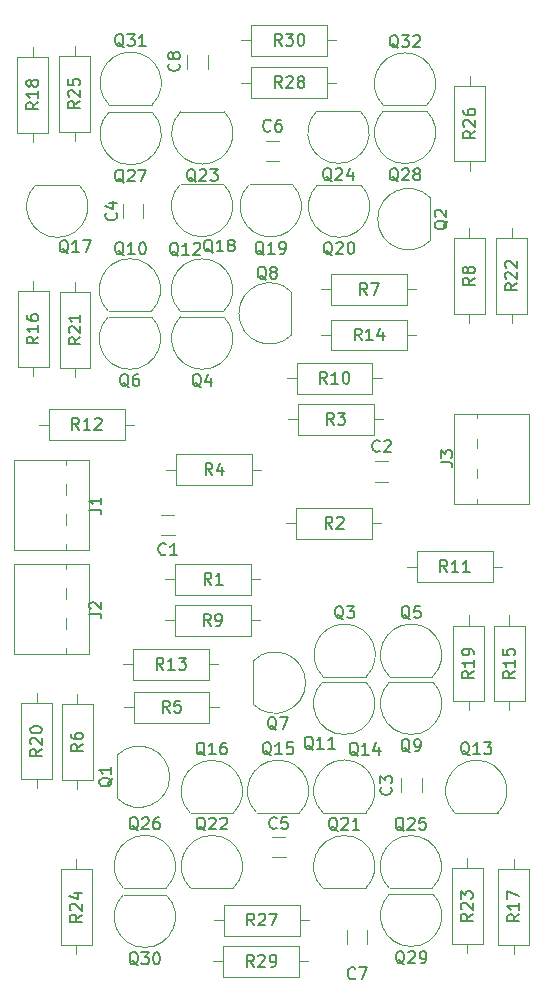
<source format=gbr>
G04 #@! TF.FileFunction,Legend,Top*
%FSLAX46Y46*%
G04 Gerber Fmt 4.6, Leading zero omitted, Abs format (unit mm)*
G04 Created by KiCad (PCBNEW 4.0.6) date 10/14/17 15:28:18*
%MOMM*%
%LPD*%
G01*
G04 APERTURE LIST*
%ADD10C,0.100000*%
%ADD11C,0.120000*%
%ADD12C,0.150000*%
%ADD13C,1.400000*%
%ADD14R,1.400000X1.400000*%
%ADD15C,2.000000*%
%ADD16O,3.410000X1.910000*%
%ADD17O,2.000000X2.000000*%
%ADD18C,3.600000*%
G04 APERTURE END LIST*
D10*
D11*
X187238080Y-113226260D02*
X183638080Y-113226260D01*
X187276558Y-113237782D02*
G75*
G02X185438080Y-117676260I-1838478J-1838478D01*
G01*
X183599602Y-113237782D02*
G75*
G03X185438080Y-117676260I1838478J-1838478D01*
G01*
X171081940Y-100793780D02*
X169907940Y-100793780D01*
X171081940Y-99071780D02*
X169907940Y-99071780D01*
X188011160Y-94560740D02*
X189185160Y-94560740D01*
X188011160Y-96282740D02*
X189185160Y-96282740D01*
X191996300Y-121398380D02*
X191996300Y-122572380D01*
X190274300Y-121398380D02*
X190274300Y-122572380D01*
X166670080Y-73953600D02*
X166670080Y-72779600D01*
X168392080Y-73953600D02*
X168392080Y-72779600D01*
X179296420Y-126359000D02*
X180470420Y-126359000D01*
X179296420Y-128081000D02*
X180470420Y-128081000D01*
X178776990Y-67427190D02*
X179950990Y-67427190D01*
X178776990Y-69149190D02*
X179950990Y-69149190D01*
X185643880Y-135413980D02*
X185643880Y-134239980D01*
X187365880Y-135413980D02*
X187365880Y-134239980D01*
X173881020Y-60123420D02*
X173881020Y-61297420D01*
X172159020Y-60123420D02*
X172159020Y-61297420D01*
X163789740Y-94436220D02*
X157449740Y-94436220D01*
X163789740Y-102056220D02*
X157449740Y-102056220D01*
X161889740Y-102056220D02*
X161889740Y-94436220D01*
X163789740Y-94436220D02*
X163789740Y-102056220D01*
X157449740Y-102056220D02*
X157449740Y-94436220D01*
X163789740Y-103265260D02*
X157449740Y-103265260D01*
X163789740Y-110885260D02*
X157449740Y-110885260D01*
X161889740Y-110885260D02*
X161889740Y-103265260D01*
X163789740Y-103265260D02*
X163789740Y-110885260D01*
X157449740Y-110885260D02*
X157449740Y-103265260D01*
X194769960Y-98149700D02*
X201109960Y-98149700D01*
X194769960Y-90529700D02*
X201109960Y-90529700D01*
X196669960Y-90529700D02*
X196669960Y-98149700D01*
X194769960Y-98149700D02*
X194769960Y-90529700D01*
X201109960Y-90529700D02*
X201109960Y-98149700D01*
X166211940Y-119453540D02*
X166211940Y-123053540D01*
X166223462Y-119415062D02*
G75*
G02X170661940Y-121253540I1838478J-1838478D01*
G01*
X166223462Y-123092018D02*
G75*
G03X170661940Y-121253540I1838478J1838478D01*
G01*
X192721140Y-75845100D02*
X192721140Y-72245100D01*
X192709618Y-75883578D02*
G75*
G02X188271140Y-74045100I-1838478J1838478D01*
G01*
X192709618Y-72206622D02*
G75*
G03X188271140Y-74045100I-1838478J-1838478D01*
G01*
X183671100Y-112772360D02*
X187271100Y-112772360D01*
X183632622Y-112760838D02*
G75*
G02X185471100Y-108322360I1838478J1838478D01*
G01*
X187309578Y-112760838D02*
G75*
G03X185471100Y-108322360I-1838478J1838478D01*
G01*
X175216260Y-82306840D02*
X171616260Y-82306840D01*
X175254738Y-82318362D02*
G75*
G02X173416260Y-86756840I-1838478J-1838478D01*
G01*
X171577782Y-82318362D02*
G75*
G03X173416260Y-86756840I1838478J-1838478D01*
G01*
X189305600Y-112772360D02*
X192905600Y-112772360D01*
X189267122Y-112760838D02*
G75*
G02X191105600Y-108322360I1838478J1838478D01*
G01*
X192944078Y-112760838D02*
G75*
G03X191105600Y-108322360I-1838478J1838478D01*
G01*
X169092320Y-82311920D02*
X165492320Y-82311920D01*
X169130798Y-82323442D02*
G75*
G02X167292320Y-86761920I-1838478J-1838478D01*
G01*
X165453842Y-82323442D02*
G75*
G03X167292320Y-86761920I1838478J-1838478D01*
G01*
X177720680Y-111480480D02*
X177720680Y-115080480D01*
X177732202Y-111442002D02*
G75*
G02X182170680Y-113280480I1838478J-1838478D01*
G01*
X177732202Y-115118958D02*
G75*
G03X182170680Y-113280480I1838478J1838478D01*
G01*
X180968560Y-83825780D02*
X180968560Y-80225780D01*
X180957038Y-83864258D02*
G75*
G02X176518560Y-82025780I-1838478J1838478D01*
G01*
X180957038Y-80187302D02*
G75*
G03X176518560Y-82025780I-1838478J-1838478D01*
G01*
X192907360Y-113222360D02*
X189307360Y-113222360D01*
X192945838Y-113233882D02*
G75*
G02X191107360Y-117672360I-1838478J-1838478D01*
G01*
X189268882Y-113233882D02*
G75*
G03X191107360Y-117672360I1838478J-1838478D01*
G01*
X165494860Y-81838700D02*
X169094860Y-81838700D01*
X165456382Y-81827178D02*
G75*
G02X167294860Y-77388700I1838478J1838478D01*
G01*
X169133338Y-81827178D02*
G75*
G03X167294860Y-77388700I-1838478J1838478D01*
G01*
X171603560Y-81853940D02*
X175203560Y-81853940D01*
X171565082Y-81842418D02*
G75*
G02X173403560Y-77403940I1838478J1838478D01*
G01*
X175242038Y-81842418D02*
G75*
G03X173403560Y-77403940I-1838478J1838478D01*
G01*
X194819160Y-124292260D02*
X198419160Y-124292260D01*
X194780682Y-124280738D02*
G75*
G02X196619160Y-119842260I1838478J1838478D01*
G01*
X198457638Y-124280738D02*
G75*
G03X196619160Y-119842260I-1838478J1838478D01*
G01*
X183648240Y-124282100D02*
X187248240Y-124282100D01*
X183609762Y-124270578D02*
G75*
G02X185448240Y-119832100I1838478J1838478D01*
G01*
X187286718Y-124270578D02*
G75*
G03X185448240Y-119832100I-1838478J1838478D01*
G01*
X178039920Y-124292260D02*
X181639920Y-124292260D01*
X178001442Y-124280738D02*
G75*
G02X179839920Y-119842260I1838478J1838478D01*
G01*
X181678398Y-124280738D02*
G75*
G03X179839920Y-119842260I-1838478J1838478D01*
G01*
X172426520Y-124315120D02*
X176026520Y-124315120D01*
X172388042Y-124303598D02*
G75*
G02X174226520Y-119865120I1838478J1838478D01*
G01*
X176064998Y-124303598D02*
G75*
G03X174226520Y-119865120I-1838478J1838478D01*
G01*
X162950600Y-71135920D02*
X159350600Y-71135920D01*
X162989078Y-71147442D02*
G75*
G02X161150600Y-75585920I-1838478J-1838478D01*
G01*
X159312122Y-71147442D02*
G75*
G03X161150600Y-75585920I1838478J-1838478D01*
G01*
X175201020Y-71087660D02*
X171601020Y-71087660D01*
X175239498Y-71099182D02*
G75*
G02X173401020Y-75537660I-1838478J-1838478D01*
G01*
X171562542Y-71099182D02*
G75*
G03X173401020Y-75537660I1838478J-1838478D01*
G01*
X181020160Y-71107980D02*
X177420160Y-71107980D01*
X181058638Y-71119502D02*
G75*
G02X179220160Y-75557980I-1838478J-1838478D01*
G01*
X177381682Y-71119502D02*
G75*
G03X179220160Y-75557980I1838478J-1838478D01*
G01*
X186803740Y-71135920D02*
X183203740Y-71135920D01*
X186842218Y-71147442D02*
G75*
G02X185003740Y-75585920I-1838478J-1838478D01*
G01*
X183165262Y-71147442D02*
G75*
G03X185003740Y-75585920I1838478J-1838478D01*
G01*
X183645600Y-130682360D02*
X187245600Y-130682360D01*
X183607122Y-130670838D02*
G75*
G02X185445600Y-126232360I1838478J1838478D01*
G01*
X187284078Y-130670838D02*
G75*
G03X185445600Y-126232360I-1838478J1838478D01*
G01*
X172439220Y-130667660D02*
X176039220Y-130667660D01*
X172400742Y-130656138D02*
G75*
G02X174239220Y-126217660I1838478J1838478D01*
G01*
X176077698Y-130656138D02*
G75*
G03X174239220Y-126217660I-1838478J1838478D01*
G01*
X175232770Y-64934510D02*
X171632770Y-64934510D01*
X175271248Y-64946032D02*
G75*
G02X173432770Y-69384510I-1838478J-1838478D01*
G01*
X171594292Y-64946032D02*
G75*
G03X173432770Y-69384510I1838478J-1838478D01*
G01*
X186754210Y-64878630D02*
X183154210Y-64878630D01*
X186792688Y-64890152D02*
G75*
G02X184954210Y-69328630I-1838478J-1838478D01*
G01*
X183115732Y-64890152D02*
G75*
G03X184954210Y-69328630I1838478J-1838478D01*
G01*
X189275600Y-130682360D02*
X192875600Y-130682360D01*
X189237122Y-130670838D02*
G75*
G02X191075600Y-126232360I1838478J1838478D01*
G01*
X192914078Y-130670838D02*
G75*
G03X191075600Y-126232360I-1838478J1838478D01*
G01*
X166757240Y-130657500D02*
X170357240Y-130657500D01*
X166718762Y-130645978D02*
G75*
G02X168557240Y-126207500I1838478J1838478D01*
G01*
X170395718Y-130645978D02*
G75*
G03X168557240Y-126207500I-1838478J1838478D01*
G01*
X169149470Y-64990390D02*
X165549470Y-64990390D01*
X169187948Y-65001912D02*
G75*
G02X167349470Y-69440390I-1838478J-1838478D01*
G01*
X165510992Y-65001912D02*
G75*
G03X167349470Y-69440390I1838478J-1838478D01*
G01*
X192387930Y-64888790D02*
X188787930Y-64888790D01*
X192426408Y-64900312D02*
G75*
G02X190587930Y-69338790I-1838478J-1838478D01*
G01*
X188749452Y-64900312D02*
G75*
G03X190587930Y-69338790I1838478J-1838478D01*
G01*
X192905600Y-131172360D02*
X189305600Y-131172360D01*
X192944078Y-131183882D02*
G75*
G02X191105600Y-135622360I-1838478J-1838478D01*
G01*
X189267122Y-131183882D02*
G75*
G03X191105600Y-135622360I1838478J-1838478D01*
G01*
X170357240Y-131260260D02*
X166757240Y-131260260D01*
X170395718Y-131271782D02*
G75*
G02X168557240Y-135710260I-1838478J-1838478D01*
G01*
X166718762Y-131271782D02*
G75*
G03X168557240Y-135710260I1838478J-1838478D01*
G01*
X165557090Y-64346990D02*
X169157090Y-64346990D01*
X165518612Y-64335468D02*
G75*
G02X167357090Y-59896990I1838478J1838478D01*
G01*
X169195568Y-64335468D02*
G75*
G03X167357090Y-59896990I-1838478J1838478D01*
G01*
X188787930Y-64413030D02*
X192387930Y-64413030D01*
X188749452Y-64401508D02*
G75*
G02X190587930Y-59963030I1838478J1838478D01*
G01*
X192426408Y-64401508D02*
G75*
G03X190587930Y-59963030I-1838478J1838478D01*
G01*
X171148600Y-103225260D02*
X171148600Y-105845260D01*
X171148600Y-105845260D02*
X177568600Y-105845260D01*
X177568600Y-105845260D02*
X177568600Y-103225260D01*
X177568600Y-103225260D02*
X171148600Y-103225260D01*
X170258600Y-104535260D02*
X171148600Y-104535260D01*
X178458600Y-104535260D02*
X177568600Y-104535260D01*
X187804800Y-101095460D02*
X187804800Y-98475460D01*
X187804800Y-98475460D02*
X181384800Y-98475460D01*
X181384800Y-98475460D02*
X181384800Y-101095460D01*
X181384800Y-101095460D02*
X187804800Y-101095460D01*
X188694800Y-99785460D02*
X187804800Y-99785460D01*
X180494800Y-99785460D02*
X181384800Y-99785460D01*
X187931800Y-92307060D02*
X187931800Y-89687060D01*
X187931800Y-89687060D02*
X181511800Y-89687060D01*
X181511800Y-89687060D02*
X181511800Y-92307060D01*
X181511800Y-92307060D02*
X187931800Y-92307060D01*
X188821800Y-90997060D02*
X187931800Y-90997060D01*
X180621800Y-90997060D02*
X181511800Y-90997060D01*
X171224800Y-93954260D02*
X171224800Y-96574260D01*
X171224800Y-96574260D02*
X177644800Y-96574260D01*
X177644800Y-96574260D02*
X177644800Y-93954260D01*
X177644800Y-93954260D02*
X171224800Y-93954260D01*
X170334800Y-95264260D02*
X171224800Y-95264260D01*
X178534800Y-95264260D02*
X177644800Y-95264260D01*
X174027840Y-116673280D02*
X174027840Y-114053280D01*
X174027840Y-114053280D02*
X167607840Y-114053280D01*
X167607840Y-114053280D02*
X167607840Y-116673280D01*
X167607840Y-116673280D02*
X174027840Y-116673280D01*
X174917840Y-115363280D02*
X174027840Y-115363280D01*
X166717840Y-115363280D02*
X167607840Y-115363280D01*
X161524620Y-121522220D02*
X164144620Y-121522220D01*
X164144620Y-121522220D02*
X164144620Y-115102220D01*
X164144620Y-115102220D02*
X161524620Y-115102220D01*
X161524620Y-115102220D02*
X161524620Y-121522220D01*
X162834620Y-122412220D02*
X162834620Y-121522220D01*
X162834620Y-114212220D02*
X162834620Y-115102220D01*
X184341360Y-78688860D02*
X184341360Y-81308860D01*
X184341360Y-81308860D02*
X190761360Y-81308860D01*
X190761360Y-81308860D02*
X190761360Y-78688860D01*
X190761360Y-78688860D02*
X184341360Y-78688860D01*
X183451360Y-79998860D02*
X184341360Y-79998860D01*
X191651360Y-79998860D02*
X190761360Y-79998860D01*
X197337340Y-75630620D02*
X194717340Y-75630620D01*
X194717340Y-75630620D02*
X194717340Y-82050620D01*
X194717340Y-82050620D02*
X197337340Y-82050620D01*
X197337340Y-82050620D02*
X197337340Y-75630620D01*
X196027340Y-74740620D02*
X196027340Y-75630620D01*
X196027340Y-82940620D02*
X196027340Y-82050620D01*
X177510180Y-109335220D02*
X177510180Y-106715220D01*
X177510180Y-106715220D02*
X171090180Y-106715220D01*
X171090180Y-106715220D02*
X171090180Y-109335220D01*
X171090180Y-109335220D02*
X177510180Y-109335220D01*
X178400180Y-108025220D02*
X177510180Y-108025220D01*
X170200180Y-108025220D02*
X171090180Y-108025220D01*
X181412740Y-86212340D02*
X181412740Y-88832340D01*
X181412740Y-88832340D02*
X187832740Y-88832340D01*
X187832740Y-88832340D02*
X187832740Y-86212340D01*
X187832740Y-86212340D02*
X181412740Y-86212340D01*
X180522740Y-87522340D02*
X181412740Y-87522340D01*
X188722740Y-87522340D02*
X187832740Y-87522340D01*
X198005440Y-104786080D02*
X198005440Y-102166080D01*
X198005440Y-102166080D02*
X191585440Y-102166080D01*
X191585440Y-102166080D02*
X191585440Y-104786080D01*
X191585440Y-104786080D02*
X198005440Y-104786080D01*
X198895440Y-103476080D02*
X198005440Y-103476080D01*
X190695440Y-103476080D02*
X191585440Y-103476080D01*
X160419640Y-90126480D02*
X160419640Y-92746480D01*
X160419640Y-92746480D02*
X166839640Y-92746480D01*
X166839640Y-92746480D02*
X166839640Y-90126480D01*
X166839640Y-90126480D02*
X160419640Y-90126480D01*
X159529640Y-91436480D02*
X160419640Y-91436480D01*
X167729640Y-91436480D02*
X166839640Y-91436480D01*
X173979580Y-113051240D02*
X173979580Y-110431240D01*
X173979580Y-110431240D02*
X167559580Y-110431240D01*
X167559580Y-110431240D02*
X167559580Y-113051240D01*
X167559580Y-113051240D02*
X173979580Y-113051240D01*
X174869580Y-111741240D02*
X173979580Y-111741240D01*
X166669580Y-111741240D02*
X167559580Y-111741240D01*
X184341360Y-82544580D02*
X184341360Y-85164580D01*
X184341360Y-85164580D02*
X190761360Y-85164580D01*
X190761360Y-85164580D02*
X190761360Y-82544580D01*
X190761360Y-82544580D02*
X184341360Y-82544580D01*
X183451360Y-83854580D02*
X184341360Y-83854580D01*
X191651360Y-83854580D02*
X190761360Y-83854580D01*
X198118400Y-114872500D02*
X200738400Y-114872500D01*
X200738400Y-114872500D02*
X200738400Y-108452500D01*
X200738400Y-108452500D02*
X198118400Y-108452500D01*
X198118400Y-108452500D02*
X198118400Y-114872500D01*
X199428400Y-115762500D02*
X199428400Y-114872500D01*
X199428400Y-107562500D02*
X199428400Y-108452500D01*
X160405740Y-80136580D02*
X157785740Y-80136580D01*
X157785740Y-80136580D02*
X157785740Y-86556580D01*
X157785740Y-86556580D02*
X160405740Y-86556580D01*
X160405740Y-86556580D02*
X160405740Y-80136580D01*
X159095740Y-79246580D02*
X159095740Y-80136580D01*
X159095740Y-87446580D02*
X159095740Y-86556580D01*
X201111780Y-129051900D02*
X198491780Y-129051900D01*
X198491780Y-129051900D02*
X198491780Y-135471900D01*
X198491780Y-135471900D02*
X201111780Y-135471900D01*
X201111780Y-135471900D02*
X201111780Y-129051900D01*
X199801780Y-128161900D02*
X199801780Y-129051900D01*
X199801780Y-136361900D02*
X199801780Y-135471900D01*
X157770500Y-66719180D02*
X160390500Y-66719180D01*
X160390500Y-66719180D02*
X160390500Y-60299180D01*
X160390500Y-60299180D02*
X157770500Y-60299180D01*
X157770500Y-60299180D02*
X157770500Y-66719180D01*
X159080500Y-67609180D02*
X159080500Y-66719180D01*
X159080500Y-59409180D02*
X159080500Y-60299180D01*
X194653840Y-114872500D02*
X197273840Y-114872500D01*
X197273840Y-114872500D02*
X197273840Y-108452500D01*
X197273840Y-108452500D02*
X194653840Y-108452500D01*
X194653840Y-108452500D02*
X194653840Y-114872500D01*
X195963840Y-115762500D02*
X195963840Y-114872500D01*
X195963840Y-107562500D02*
X195963840Y-108452500D01*
X158090540Y-121468880D02*
X160710540Y-121468880D01*
X160710540Y-121468880D02*
X160710540Y-115048880D01*
X160710540Y-115048880D02*
X158090540Y-115048880D01*
X158090540Y-115048880D02*
X158090540Y-121468880D01*
X159400540Y-122358880D02*
X159400540Y-121468880D01*
X159400540Y-114158880D02*
X159400540Y-115048880D01*
X161334120Y-86622620D02*
X163954120Y-86622620D01*
X163954120Y-86622620D02*
X163954120Y-80202620D01*
X163954120Y-80202620D02*
X161334120Y-80202620D01*
X161334120Y-80202620D02*
X161334120Y-86622620D01*
X162644120Y-87512620D02*
X162644120Y-86622620D01*
X162644120Y-79312620D02*
X162644120Y-80202620D01*
X200913660Y-75630620D02*
X198293660Y-75630620D01*
X198293660Y-75630620D02*
X198293660Y-82050620D01*
X198293660Y-82050620D02*
X200913660Y-82050620D01*
X200913660Y-82050620D02*
X200913660Y-75630620D01*
X199603660Y-74740620D02*
X199603660Y-75630620D01*
X199603660Y-82940620D02*
X199603660Y-82050620D01*
X194539540Y-135436340D02*
X197159540Y-135436340D01*
X197159540Y-135436340D02*
X197159540Y-129016340D01*
X197159540Y-129016340D02*
X194539540Y-129016340D01*
X194539540Y-129016340D02*
X194539540Y-135436340D01*
X195849540Y-136326340D02*
X195849540Y-135436340D01*
X195849540Y-128126340D02*
X195849540Y-129016340D01*
X164073500Y-129090000D02*
X161453500Y-129090000D01*
X161453500Y-129090000D02*
X161453500Y-135510000D01*
X161453500Y-135510000D02*
X164073500Y-135510000D01*
X164073500Y-135510000D02*
X164073500Y-129090000D01*
X162763500Y-128200000D02*
X162763500Y-129090000D01*
X162763500Y-136400000D02*
X162763500Y-135510000D01*
X163921100Y-60205200D02*
X161301100Y-60205200D01*
X161301100Y-60205200D02*
X161301100Y-66625200D01*
X161301100Y-66625200D02*
X163921100Y-66625200D01*
X163921100Y-66625200D02*
X163921100Y-60205200D01*
X162611100Y-59315200D02*
X162611100Y-60205200D01*
X162611100Y-67515200D02*
X162611100Y-66625200D01*
X194761790Y-69161390D02*
X197381790Y-69161390D01*
X197381790Y-69161390D02*
X197381790Y-62741390D01*
X197381790Y-62741390D02*
X194761790Y-62741390D01*
X194761790Y-62741390D02*
X194761790Y-69161390D01*
X196071790Y-70051390D02*
X196071790Y-69161390D01*
X196071790Y-61851390D02*
X196071790Y-62741390D01*
X175243080Y-132084740D02*
X175243080Y-134704740D01*
X175243080Y-134704740D02*
X181663080Y-134704740D01*
X181663080Y-134704740D02*
X181663080Y-132084740D01*
X181663080Y-132084740D02*
X175243080Y-132084740D01*
X174353080Y-133394740D02*
X175243080Y-133394740D01*
X182553080Y-133394740D02*
X181663080Y-133394740D01*
X184002420Y-63787940D02*
X184002420Y-61167940D01*
X184002420Y-61167940D02*
X177582420Y-61167940D01*
X177582420Y-61167940D02*
X177582420Y-63787940D01*
X177582420Y-63787940D02*
X184002420Y-63787940D01*
X184892420Y-62477940D02*
X184002420Y-62477940D01*
X176692420Y-62477940D02*
X177582420Y-62477940D01*
X175215140Y-135577240D02*
X175215140Y-138197240D01*
X175215140Y-138197240D02*
X181635140Y-138197240D01*
X181635140Y-138197240D02*
X181635140Y-135577240D01*
X181635140Y-135577240D02*
X175215140Y-135577240D01*
X174325140Y-136887240D02*
X175215140Y-136887240D01*
X182525140Y-136887240D02*
X181635140Y-136887240D01*
X184002420Y-60211620D02*
X184002420Y-57591620D01*
X184002420Y-57591620D02*
X177582420Y-57591620D01*
X177582420Y-57591620D02*
X177582420Y-60211620D01*
X177582420Y-60211620D02*
X184002420Y-60211620D01*
X184892420Y-58901620D02*
X184002420Y-58901620D01*
X176692420Y-58901620D02*
X177582420Y-58901620D01*
D12*
X182804172Y-118963979D02*
X182708934Y-118916360D01*
X182613696Y-118821122D01*
X182470839Y-118678265D01*
X182375600Y-118630646D01*
X182280362Y-118630646D01*
X182327981Y-118868741D02*
X182232743Y-118821122D01*
X182137505Y-118725884D01*
X182089886Y-118535408D01*
X182089886Y-118202074D01*
X182137505Y-118011598D01*
X182232743Y-117916360D01*
X182327981Y-117868741D01*
X182518458Y-117868741D01*
X182613696Y-117916360D01*
X182708934Y-118011598D01*
X182756553Y-118202074D01*
X182756553Y-118535408D01*
X182708934Y-118725884D01*
X182613696Y-118821122D01*
X182518458Y-118868741D01*
X182327981Y-118868741D01*
X183708934Y-118868741D02*
X183137505Y-118868741D01*
X183423219Y-118868741D02*
X183423219Y-117868741D01*
X183327981Y-118011598D01*
X183232743Y-118106836D01*
X183137505Y-118154455D01*
X184661315Y-118868741D02*
X184089886Y-118868741D01*
X184375600Y-118868741D02*
X184375600Y-117868741D01*
X184280362Y-118011598D01*
X184185124Y-118106836D01*
X184089886Y-118154455D01*
X170328274Y-102399923D02*
X170280655Y-102447542D01*
X170137798Y-102495161D01*
X170042560Y-102495161D01*
X169899702Y-102447542D01*
X169804464Y-102352304D01*
X169756845Y-102257066D01*
X169709226Y-102066590D01*
X169709226Y-101923732D01*
X169756845Y-101733256D01*
X169804464Y-101638018D01*
X169899702Y-101542780D01*
X170042560Y-101495161D01*
X170137798Y-101495161D01*
X170280655Y-101542780D01*
X170328274Y-101590399D01*
X171280655Y-102495161D02*
X170709226Y-102495161D01*
X170994940Y-102495161D02*
X170994940Y-101495161D01*
X170899702Y-101638018D01*
X170804464Y-101733256D01*
X170709226Y-101780875D01*
X188431494Y-93668883D02*
X188383875Y-93716502D01*
X188241018Y-93764121D01*
X188145780Y-93764121D01*
X188002922Y-93716502D01*
X187907684Y-93621264D01*
X187860065Y-93526026D01*
X187812446Y-93335550D01*
X187812446Y-93192692D01*
X187860065Y-93002216D01*
X187907684Y-92906978D01*
X188002922Y-92811740D01*
X188145780Y-92764121D01*
X188241018Y-92764121D01*
X188383875Y-92811740D01*
X188431494Y-92859359D01*
X188812446Y-92859359D02*
X188860065Y-92811740D01*
X188955303Y-92764121D01*
X189193399Y-92764121D01*
X189288637Y-92811740D01*
X189336256Y-92859359D01*
X189383875Y-92954597D01*
X189383875Y-93049835D01*
X189336256Y-93192692D01*
X188764827Y-93764121D01*
X189383875Y-93764121D01*
X189382443Y-122151726D02*
X189430062Y-122199345D01*
X189477681Y-122342202D01*
X189477681Y-122437440D01*
X189430062Y-122580298D01*
X189334824Y-122675536D01*
X189239586Y-122723155D01*
X189049110Y-122770774D01*
X188906252Y-122770774D01*
X188715776Y-122723155D01*
X188620538Y-122675536D01*
X188525300Y-122580298D01*
X188477681Y-122437440D01*
X188477681Y-122342202D01*
X188525300Y-122199345D01*
X188572919Y-122151726D01*
X188477681Y-121818393D02*
X188477681Y-121199345D01*
X188858633Y-121532679D01*
X188858633Y-121389821D01*
X188906252Y-121294583D01*
X188953871Y-121246964D01*
X189049110Y-121199345D01*
X189287205Y-121199345D01*
X189382443Y-121246964D01*
X189430062Y-121294583D01*
X189477681Y-121389821D01*
X189477681Y-121675536D01*
X189430062Y-121770774D01*
X189382443Y-121818393D01*
X166115303Y-73528506D02*
X166162922Y-73576125D01*
X166210541Y-73718982D01*
X166210541Y-73814220D01*
X166162922Y-73957078D01*
X166067684Y-74052316D01*
X165972446Y-74099935D01*
X165781970Y-74147554D01*
X165639112Y-74147554D01*
X165448636Y-74099935D01*
X165353398Y-74052316D01*
X165258160Y-73957078D01*
X165210541Y-73814220D01*
X165210541Y-73718982D01*
X165258160Y-73576125D01*
X165305779Y-73528506D01*
X165543874Y-72671363D02*
X166210541Y-72671363D01*
X165162922Y-72909459D02*
X165877208Y-73147554D01*
X165877208Y-72528506D01*
X179716754Y-125577143D02*
X179669135Y-125624762D01*
X179526278Y-125672381D01*
X179431040Y-125672381D01*
X179288182Y-125624762D01*
X179192944Y-125529524D01*
X179145325Y-125434286D01*
X179097706Y-125243810D01*
X179097706Y-125100952D01*
X179145325Y-124910476D01*
X179192944Y-124815238D01*
X179288182Y-124720000D01*
X179431040Y-124672381D01*
X179526278Y-124672381D01*
X179669135Y-124720000D01*
X179716754Y-124767619D01*
X180621516Y-124672381D02*
X180145325Y-124672381D01*
X180097706Y-125148571D01*
X180145325Y-125100952D01*
X180240563Y-125053333D01*
X180478659Y-125053333D01*
X180573897Y-125100952D01*
X180621516Y-125148571D01*
X180669135Y-125243810D01*
X180669135Y-125481905D01*
X180621516Y-125577143D01*
X180573897Y-125624762D01*
X180478659Y-125672381D01*
X180240563Y-125672381D01*
X180145325Y-125624762D01*
X180097706Y-125577143D01*
X179197324Y-66535333D02*
X179149705Y-66582952D01*
X179006848Y-66630571D01*
X178911610Y-66630571D01*
X178768752Y-66582952D01*
X178673514Y-66487714D01*
X178625895Y-66392476D01*
X178578276Y-66202000D01*
X178578276Y-66059142D01*
X178625895Y-65868666D01*
X178673514Y-65773428D01*
X178768752Y-65678190D01*
X178911610Y-65630571D01*
X179006848Y-65630571D01*
X179149705Y-65678190D01*
X179197324Y-65725809D01*
X180054467Y-65630571D02*
X179863990Y-65630571D01*
X179768752Y-65678190D01*
X179721133Y-65725809D01*
X179625895Y-65868666D01*
X179578276Y-66059142D01*
X179578276Y-66440095D01*
X179625895Y-66535333D01*
X179673514Y-66582952D01*
X179768752Y-66630571D01*
X179959229Y-66630571D01*
X180054467Y-66582952D01*
X180102086Y-66535333D01*
X180149705Y-66440095D01*
X180149705Y-66202000D01*
X180102086Y-66106761D01*
X180054467Y-66059142D01*
X179959229Y-66011523D01*
X179768752Y-66011523D01*
X179673514Y-66059142D01*
X179625895Y-66106761D01*
X179578276Y-66202000D01*
X186358534Y-138301023D02*
X186310915Y-138348642D01*
X186168058Y-138396261D01*
X186072820Y-138396261D01*
X185929962Y-138348642D01*
X185834724Y-138253404D01*
X185787105Y-138158166D01*
X185739486Y-137967690D01*
X185739486Y-137824832D01*
X185787105Y-137634356D01*
X185834724Y-137539118D01*
X185929962Y-137443880D01*
X186072820Y-137396261D01*
X186168058Y-137396261D01*
X186310915Y-137443880D01*
X186358534Y-137491499D01*
X186691867Y-137396261D02*
X187358534Y-137396261D01*
X186929962Y-138396261D01*
X171426443Y-60876766D02*
X171474062Y-60924385D01*
X171521681Y-61067242D01*
X171521681Y-61162480D01*
X171474062Y-61305338D01*
X171378824Y-61400576D01*
X171283586Y-61448195D01*
X171093110Y-61495814D01*
X170950252Y-61495814D01*
X170759776Y-61448195D01*
X170664538Y-61400576D01*
X170569300Y-61305338D01*
X170521681Y-61162480D01*
X170521681Y-61067242D01*
X170569300Y-60924385D01*
X170616919Y-60876766D01*
X170950252Y-60305338D02*
X170902633Y-60400576D01*
X170855014Y-60448195D01*
X170759776Y-60495814D01*
X170712157Y-60495814D01*
X170616919Y-60448195D01*
X170569300Y-60400576D01*
X170521681Y-60305338D01*
X170521681Y-60114861D01*
X170569300Y-60019623D01*
X170616919Y-59972004D01*
X170712157Y-59924385D01*
X170759776Y-59924385D01*
X170855014Y-59972004D01*
X170902633Y-60019623D01*
X170950252Y-60114861D01*
X170950252Y-60305338D01*
X170997871Y-60400576D01*
X171045490Y-60448195D01*
X171140729Y-60495814D01*
X171331205Y-60495814D01*
X171426443Y-60448195D01*
X171474062Y-60400576D01*
X171521681Y-60305338D01*
X171521681Y-60114861D01*
X171474062Y-60019623D01*
X171426443Y-59972004D01*
X171331205Y-59924385D01*
X171140729Y-59924385D01*
X171045490Y-59972004D01*
X170997871Y-60019623D01*
X170950252Y-60114861D01*
X163872121Y-98629553D02*
X164586407Y-98629553D01*
X164729264Y-98677173D01*
X164824502Y-98772411D01*
X164872121Y-98915268D01*
X164872121Y-99010506D01*
X164872121Y-97629553D02*
X164872121Y-98200982D01*
X164872121Y-97915268D02*
X163872121Y-97915268D01*
X164014978Y-98010506D01*
X164110216Y-98105744D01*
X164157835Y-98200982D01*
X163872121Y-107458593D02*
X164586407Y-107458593D01*
X164729264Y-107506213D01*
X164824502Y-107601451D01*
X164872121Y-107744308D01*
X164872121Y-107839546D01*
X163967359Y-107030022D02*
X163919740Y-106982403D01*
X163872121Y-106887165D01*
X163872121Y-106649069D01*
X163919740Y-106553831D01*
X163967359Y-106506212D01*
X164062597Y-106458593D01*
X164157835Y-106458593D01*
X164300692Y-106506212D01*
X164872121Y-107077641D01*
X164872121Y-106458593D01*
X193592341Y-94623033D02*
X194306627Y-94623033D01*
X194449484Y-94670653D01*
X194544722Y-94765891D01*
X194592341Y-94908748D01*
X194592341Y-95003986D01*
X193592341Y-94242081D02*
X193592341Y-93623033D01*
X193973293Y-93956367D01*
X193973293Y-93813509D01*
X194020912Y-93718271D01*
X194068531Y-93670652D01*
X194163770Y-93623033D01*
X194401865Y-93623033D01*
X194497103Y-93670652D01*
X194544722Y-93718271D01*
X194592341Y-93813509D01*
X194592341Y-94099224D01*
X194544722Y-94194462D01*
X194497103Y-94242081D01*
X165802859Y-121333538D02*
X165755240Y-121428776D01*
X165660002Y-121524014D01*
X165517145Y-121666871D01*
X165469526Y-121762110D01*
X165469526Y-121857348D01*
X165707621Y-121809729D02*
X165660002Y-121904967D01*
X165564764Y-122000205D01*
X165374288Y-122047824D01*
X165040954Y-122047824D01*
X164850478Y-122000205D01*
X164755240Y-121904967D01*
X164707621Y-121809729D01*
X164707621Y-121619252D01*
X164755240Y-121524014D01*
X164850478Y-121428776D01*
X165040954Y-121381157D01*
X165374288Y-121381157D01*
X165564764Y-121428776D01*
X165660002Y-121524014D01*
X165707621Y-121619252D01*
X165707621Y-121809729D01*
X165707621Y-120428776D02*
X165707621Y-121000205D01*
X165707621Y-120714491D02*
X164707621Y-120714491D01*
X164850478Y-120809729D01*
X164945716Y-120904967D01*
X164993335Y-121000205D01*
X194182279Y-74165738D02*
X194134660Y-74260976D01*
X194039422Y-74356214D01*
X193896565Y-74499071D01*
X193848946Y-74594310D01*
X193848946Y-74689548D01*
X194087041Y-74641929D02*
X194039422Y-74737167D01*
X193944184Y-74832405D01*
X193753708Y-74880024D01*
X193420374Y-74880024D01*
X193229898Y-74832405D01*
X193134660Y-74737167D01*
X193087041Y-74641929D01*
X193087041Y-74451452D01*
X193134660Y-74356214D01*
X193229898Y-74260976D01*
X193420374Y-74213357D01*
X193753708Y-74213357D01*
X193944184Y-74260976D01*
X194039422Y-74356214D01*
X194087041Y-74451452D01*
X194087041Y-74641929D01*
X193182279Y-73832405D02*
X193134660Y-73784786D01*
X193087041Y-73689548D01*
X193087041Y-73451452D01*
X193134660Y-73356214D01*
X193182279Y-73308595D01*
X193277517Y-73260976D01*
X193372755Y-73260976D01*
X193515612Y-73308595D01*
X194087041Y-73880024D01*
X194087041Y-73260976D01*
X185375862Y-107909979D02*
X185280624Y-107862360D01*
X185185386Y-107767122D01*
X185042529Y-107624265D01*
X184947290Y-107576646D01*
X184852052Y-107576646D01*
X184899671Y-107814741D02*
X184804433Y-107767122D01*
X184709195Y-107671884D01*
X184661576Y-107481408D01*
X184661576Y-107148074D01*
X184709195Y-106957598D01*
X184804433Y-106862360D01*
X184899671Y-106814741D01*
X185090148Y-106814741D01*
X185185386Y-106862360D01*
X185280624Y-106957598D01*
X185328243Y-107148074D01*
X185328243Y-107481408D01*
X185280624Y-107671884D01*
X185185386Y-107767122D01*
X185090148Y-107814741D01*
X184899671Y-107814741D01*
X185661576Y-106814741D02*
X186280624Y-106814741D01*
X185947290Y-107195693D01*
X186090148Y-107195693D01*
X186185386Y-107243312D01*
X186233005Y-107290931D01*
X186280624Y-107386170D01*
X186280624Y-107624265D01*
X186233005Y-107719503D01*
X186185386Y-107767122D01*
X186090148Y-107814741D01*
X185804433Y-107814741D01*
X185709195Y-107767122D01*
X185661576Y-107719503D01*
X173321022Y-88264459D02*
X173225784Y-88216840D01*
X173130546Y-88121602D01*
X172987689Y-87978745D01*
X172892450Y-87931126D01*
X172797212Y-87931126D01*
X172844831Y-88169221D02*
X172749593Y-88121602D01*
X172654355Y-88026364D01*
X172606736Y-87835888D01*
X172606736Y-87502554D01*
X172654355Y-87312078D01*
X172749593Y-87216840D01*
X172844831Y-87169221D01*
X173035308Y-87169221D01*
X173130546Y-87216840D01*
X173225784Y-87312078D01*
X173273403Y-87502554D01*
X173273403Y-87835888D01*
X173225784Y-88026364D01*
X173130546Y-88121602D01*
X173035308Y-88169221D01*
X172844831Y-88169221D01*
X174130546Y-87502554D02*
X174130546Y-88169221D01*
X173892450Y-87121602D02*
X173654355Y-87835888D01*
X174273403Y-87835888D01*
X191010362Y-107909979D02*
X190915124Y-107862360D01*
X190819886Y-107767122D01*
X190677029Y-107624265D01*
X190581790Y-107576646D01*
X190486552Y-107576646D01*
X190534171Y-107814741D02*
X190438933Y-107767122D01*
X190343695Y-107671884D01*
X190296076Y-107481408D01*
X190296076Y-107148074D01*
X190343695Y-106957598D01*
X190438933Y-106862360D01*
X190534171Y-106814741D01*
X190724648Y-106814741D01*
X190819886Y-106862360D01*
X190915124Y-106957598D01*
X190962743Y-107148074D01*
X190962743Y-107481408D01*
X190915124Y-107671884D01*
X190819886Y-107767122D01*
X190724648Y-107814741D01*
X190534171Y-107814741D01*
X191867505Y-106814741D02*
X191391314Y-106814741D01*
X191343695Y-107290931D01*
X191391314Y-107243312D01*
X191486552Y-107195693D01*
X191724648Y-107195693D01*
X191819886Y-107243312D01*
X191867505Y-107290931D01*
X191915124Y-107386170D01*
X191915124Y-107624265D01*
X191867505Y-107719503D01*
X191819886Y-107767122D01*
X191724648Y-107814741D01*
X191486552Y-107814741D01*
X191391314Y-107767122D01*
X191343695Y-107719503D01*
X167197082Y-88269539D02*
X167101844Y-88221920D01*
X167006606Y-88126682D01*
X166863749Y-87983825D01*
X166768510Y-87936206D01*
X166673272Y-87936206D01*
X166720891Y-88174301D02*
X166625653Y-88126682D01*
X166530415Y-88031444D01*
X166482796Y-87840968D01*
X166482796Y-87507634D01*
X166530415Y-87317158D01*
X166625653Y-87221920D01*
X166720891Y-87174301D01*
X166911368Y-87174301D01*
X167006606Y-87221920D01*
X167101844Y-87317158D01*
X167149463Y-87507634D01*
X167149463Y-87840968D01*
X167101844Y-88031444D01*
X167006606Y-88126682D01*
X166911368Y-88174301D01*
X166720891Y-88174301D01*
X168006606Y-87174301D02*
X167816129Y-87174301D01*
X167720891Y-87221920D01*
X167673272Y-87269539D01*
X167578034Y-87412396D01*
X167530415Y-87602872D01*
X167530415Y-87983825D01*
X167578034Y-88079063D01*
X167625653Y-88126682D01*
X167720891Y-88174301D01*
X167911368Y-88174301D01*
X168006606Y-88126682D01*
X168054225Y-88079063D01*
X168101844Y-87983825D01*
X168101844Y-87745730D01*
X168054225Y-87650491D01*
X168006606Y-87602872D01*
X167911368Y-87555253D01*
X167720891Y-87555253D01*
X167625653Y-87602872D01*
X167578034Y-87650491D01*
X167530415Y-87745730D01*
X179698962Y-117279959D02*
X179603724Y-117232340D01*
X179508486Y-117137102D01*
X179365629Y-116994245D01*
X179270390Y-116946626D01*
X179175152Y-116946626D01*
X179222771Y-117184721D02*
X179127533Y-117137102D01*
X179032295Y-117041864D01*
X178984676Y-116851388D01*
X178984676Y-116518054D01*
X179032295Y-116327578D01*
X179127533Y-116232340D01*
X179222771Y-116184721D01*
X179413248Y-116184721D01*
X179508486Y-116232340D01*
X179603724Y-116327578D01*
X179651343Y-116518054D01*
X179651343Y-116851388D01*
X179603724Y-117041864D01*
X179508486Y-117137102D01*
X179413248Y-117184721D01*
X179222771Y-117184721D01*
X179984676Y-116184721D02*
X180651343Y-116184721D01*
X180222771Y-117184721D01*
X178837902Y-79169799D02*
X178742664Y-79122180D01*
X178647426Y-79026942D01*
X178504569Y-78884085D01*
X178409330Y-78836466D01*
X178314092Y-78836466D01*
X178361711Y-79074561D02*
X178266473Y-79026942D01*
X178171235Y-78931704D01*
X178123616Y-78741228D01*
X178123616Y-78407894D01*
X178171235Y-78217418D01*
X178266473Y-78122180D01*
X178361711Y-78074561D01*
X178552188Y-78074561D01*
X178647426Y-78122180D01*
X178742664Y-78217418D01*
X178790283Y-78407894D01*
X178790283Y-78741228D01*
X178742664Y-78931704D01*
X178647426Y-79026942D01*
X178552188Y-79074561D01*
X178361711Y-79074561D01*
X179361711Y-78503132D02*
X179266473Y-78455513D01*
X179218854Y-78407894D01*
X179171235Y-78312656D01*
X179171235Y-78265037D01*
X179218854Y-78169799D01*
X179266473Y-78122180D01*
X179361711Y-78074561D01*
X179552188Y-78074561D01*
X179647426Y-78122180D01*
X179695045Y-78169799D01*
X179742664Y-78265037D01*
X179742664Y-78312656D01*
X179695045Y-78407894D01*
X179647426Y-78455513D01*
X179552188Y-78503132D01*
X179361711Y-78503132D01*
X179266473Y-78550751D01*
X179218854Y-78598370D01*
X179171235Y-78693609D01*
X179171235Y-78884085D01*
X179218854Y-78979323D01*
X179266473Y-79026942D01*
X179361711Y-79074561D01*
X179552188Y-79074561D01*
X179647426Y-79026942D01*
X179695045Y-78979323D01*
X179742664Y-78884085D01*
X179742664Y-78693609D01*
X179695045Y-78598370D01*
X179647426Y-78550751D01*
X179552188Y-78503132D01*
X191012122Y-119179979D02*
X190916884Y-119132360D01*
X190821646Y-119037122D01*
X190678789Y-118894265D01*
X190583550Y-118846646D01*
X190488312Y-118846646D01*
X190535931Y-119084741D02*
X190440693Y-119037122D01*
X190345455Y-118941884D01*
X190297836Y-118751408D01*
X190297836Y-118418074D01*
X190345455Y-118227598D01*
X190440693Y-118132360D01*
X190535931Y-118084741D01*
X190726408Y-118084741D01*
X190821646Y-118132360D01*
X190916884Y-118227598D01*
X190964503Y-118418074D01*
X190964503Y-118751408D01*
X190916884Y-118941884D01*
X190821646Y-119037122D01*
X190726408Y-119084741D01*
X190535931Y-119084741D01*
X191440693Y-119084741D02*
X191631169Y-119084741D01*
X191726408Y-119037122D01*
X191774027Y-118989503D01*
X191869265Y-118846646D01*
X191916884Y-118656170D01*
X191916884Y-118275217D01*
X191869265Y-118179979D01*
X191821646Y-118132360D01*
X191726408Y-118084741D01*
X191535931Y-118084741D01*
X191440693Y-118132360D01*
X191393074Y-118179979D01*
X191345455Y-118275217D01*
X191345455Y-118513312D01*
X191393074Y-118608550D01*
X191440693Y-118656170D01*
X191535931Y-118703789D01*
X191726408Y-118703789D01*
X191821646Y-118656170D01*
X191869265Y-118608550D01*
X191916884Y-118513312D01*
X166781852Y-77099699D02*
X166686614Y-77052080D01*
X166591376Y-76956842D01*
X166448519Y-76813985D01*
X166353280Y-76766366D01*
X166258042Y-76766366D01*
X166305661Y-77004461D02*
X166210423Y-76956842D01*
X166115185Y-76861604D01*
X166067566Y-76671128D01*
X166067566Y-76337794D01*
X166115185Y-76147318D01*
X166210423Y-76052080D01*
X166305661Y-76004461D01*
X166496138Y-76004461D01*
X166591376Y-76052080D01*
X166686614Y-76147318D01*
X166734233Y-76337794D01*
X166734233Y-76671128D01*
X166686614Y-76861604D01*
X166591376Y-76956842D01*
X166496138Y-77004461D01*
X166305661Y-77004461D01*
X167686614Y-77004461D02*
X167115185Y-77004461D01*
X167400899Y-77004461D02*
X167400899Y-76004461D01*
X167305661Y-76147318D01*
X167210423Y-76242556D01*
X167115185Y-76290175D01*
X168305661Y-76004461D02*
X168400900Y-76004461D01*
X168496138Y-76052080D01*
X168543757Y-76099699D01*
X168591376Y-76194937D01*
X168638995Y-76385413D01*
X168638995Y-76623509D01*
X168591376Y-76813985D01*
X168543757Y-76909223D01*
X168496138Y-76956842D01*
X168400900Y-77004461D01*
X168305661Y-77004461D01*
X168210423Y-76956842D01*
X168162804Y-76909223D01*
X168115185Y-76813985D01*
X168067566Y-76623509D01*
X168067566Y-76385413D01*
X168115185Y-76194937D01*
X168162804Y-76099699D01*
X168210423Y-76052080D01*
X168305661Y-76004461D01*
X171407192Y-77140339D02*
X171311954Y-77092720D01*
X171216716Y-76997482D01*
X171073859Y-76854625D01*
X170978620Y-76807006D01*
X170883382Y-76807006D01*
X170931001Y-77045101D02*
X170835763Y-76997482D01*
X170740525Y-76902244D01*
X170692906Y-76711768D01*
X170692906Y-76378434D01*
X170740525Y-76187958D01*
X170835763Y-76092720D01*
X170931001Y-76045101D01*
X171121478Y-76045101D01*
X171216716Y-76092720D01*
X171311954Y-76187958D01*
X171359573Y-76378434D01*
X171359573Y-76711768D01*
X171311954Y-76902244D01*
X171216716Y-76997482D01*
X171121478Y-77045101D01*
X170931001Y-77045101D01*
X172311954Y-77045101D02*
X171740525Y-77045101D01*
X172026239Y-77045101D02*
X172026239Y-76045101D01*
X171931001Y-76187958D01*
X171835763Y-76283196D01*
X171740525Y-76330815D01*
X172692906Y-76140339D02*
X172740525Y-76092720D01*
X172835763Y-76045101D01*
X173073859Y-76045101D01*
X173169097Y-76092720D01*
X173216716Y-76140339D01*
X173264335Y-76235577D01*
X173264335Y-76330815D01*
X173216716Y-76473672D01*
X172645287Y-77045101D01*
X173264335Y-77045101D01*
X196047732Y-119429879D02*
X195952494Y-119382260D01*
X195857256Y-119287022D01*
X195714399Y-119144165D01*
X195619160Y-119096546D01*
X195523922Y-119096546D01*
X195571541Y-119334641D02*
X195476303Y-119287022D01*
X195381065Y-119191784D01*
X195333446Y-119001308D01*
X195333446Y-118667974D01*
X195381065Y-118477498D01*
X195476303Y-118382260D01*
X195571541Y-118334641D01*
X195762018Y-118334641D01*
X195857256Y-118382260D01*
X195952494Y-118477498D01*
X196000113Y-118667974D01*
X196000113Y-119001308D01*
X195952494Y-119191784D01*
X195857256Y-119287022D01*
X195762018Y-119334641D01*
X195571541Y-119334641D01*
X196952494Y-119334641D02*
X196381065Y-119334641D01*
X196666779Y-119334641D02*
X196666779Y-118334641D01*
X196571541Y-118477498D01*
X196476303Y-118572736D01*
X196381065Y-118620355D01*
X197285827Y-118334641D02*
X197904875Y-118334641D01*
X197571541Y-118715593D01*
X197714399Y-118715593D01*
X197809637Y-118763212D01*
X197857256Y-118810831D01*
X197904875Y-118906070D01*
X197904875Y-119144165D01*
X197857256Y-119239403D01*
X197809637Y-119287022D01*
X197714399Y-119334641D01*
X197428684Y-119334641D01*
X197333446Y-119287022D01*
X197285827Y-119239403D01*
X186614172Y-119471979D02*
X186518934Y-119424360D01*
X186423696Y-119329122D01*
X186280839Y-119186265D01*
X186185600Y-119138646D01*
X186090362Y-119138646D01*
X186137981Y-119376741D02*
X186042743Y-119329122D01*
X185947505Y-119233884D01*
X185899886Y-119043408D01*
X185899886Y-118710074D01*
X185947505Y-118519598D01*
X186042743Y-118424360D01*
X186137981Y-118376741D01*
X186328458Y-118376741D01*
X186423696Y-118424360D01*
X186518934Y-118519598D01*
X186566553Y-118710074D01*
X186566553Y-119043408D01*
X186518934Y-119233884D01*
X186423696Y-119329122D01*
X186328458Y-119376741D01*
X186137981Y-119376741D01*
X187518934Y-119376741D02*
X186947505Y-119376741D01*
X187233219Y-119376741D02*
X187233219Y-118376741D01*
X187137981Y-118519598D01*
X187042743Y-118614836D01*
X186947505Y-118662455D01*
X188376077Y-118710074D02*
X188376077Y-119376741D01*
X188137981Y-118329122D02*
X187899886Y-119043408D01*
X188518934Y-119043408D01*
X179268492Y-119429879D02*
X179173254Y-119382260D01*
X179078016Y-119287022D01*
X178935159Y-119144165D01*
X178839920Y-119096546D01*
X178744682Y-119096546D01*
X178792301Y-119334641D02*
X178697063Y-119287022D01*
X178601825Y-119191784D01*
X178554206Y-119001308D01*
X178554206Y-118667974D01*
X178601825Y-118477498D01*
X178697063Y-118382260D01*
X178792301Y-118334641D01*
X178982778Y-118334641D01*
X179078016Y-118382260D01*
X179173254Y-118477498D01*
X179220873Y-118667974D01*
X179220873Y-119001308D01*
X179173254Y-119191784D01*
X179078016Y-119287022D01*
X178982778Y-119334641D01*
X178792301Y-119334641D01*
X180173254Y-119334641D02*
X179601825Y-119334641D01*
X179887539Y-119334641D02*
X179887539Y-118334641D01*
X179792301Y-118477498D01*
X179697063Y-118572736D01*
X179601825Y-118620355D01*
X181078016Y-118334641D02*
X180601825Y-118334641D01*
X180554206Y-118810831D01*
X180601825Y-118763212D01*
X180697063Y-118715593D01*
X180935159Y-118715593D01*
X181030397Y-118763212D01*
X181078016Y-118810831D01*
X181125635Y-118906070D01*
X181125635Y-119144165D01*
X181078016Y-119239403D01*
X181030397Y-119287022D01*
X180935159Y-119334641D01*
X180697063Y-119334641D01*
X180601825Y-119287022D01*
X180554206Y-119239403D01*
X173655092Y-119452739D02*
X173559854Y-119405120D01*
X173464616Y-119309882D01*
X173321759Y-119167025D01*
X173226520Y-119119406D01*
X173131282Y-119119406D01*
X173178901Y-119357501D02*
X173083663Y-119309882D01*
X172988425Y-119214644D01*
X172940806Y-119024168D01*
X172940806Y-118690834D01*
X172988425Y-118500358D01*
X173083663Y-118405120D01*
X173178901Y-118357501D01*
X173369378Y-118357501D01*
X173464616Y-118405120D01*
X173559854Y-118500358D01*
X173607473Y-118690834D01*
X173607473Y-119024168D01*
X173559854Y-119214644D01*
X173464616Y-119309882D01*
X173369378Y-119357501D01*
X173178901Y-119357501D01*
X174559854Y-119357501D02*
X173988425Y-119357501D01*
X174274139Y-119357501D02*
X174274139Y-118357501D01*
X174178901Y-118500358D01*
X174083663Y-118595596D01*
X173988425Y-118643215D01*
X175416997Y-118357501D02*
X175226520Y-118357501D01*
X175131282Y-118405120D01*
X175083663Y-118452739D01*
X174988425Y-118595596D01*
X174940806Y-118786072D01*
X174940806Y-119167025D01*
X174988425Y-119262263D01*
X175036044Y-119309882D01*
X175131282Y-119357501D01*
X175321759Y-119357501D01*
X175416997Y-119309882D01*
X175464616Y-119262263D01*
X175512235Y-119167025D01*
X175512235Y-118928930D01*
X175464616Y-118833691D01*
X175416997Y-118786072D01*
X175321759Y-118738453D01*
X175131282Y-118738453D01*
X175036044Y-118786072D01*
X174988425Y-118833691D01*
X174940806Y-118928930D01*
X162073962Y-76940949D02*
X161978724Y-76893330D01*
X161883486Y-76798092D01*
X161740629Y-76655235D01*
X161645390Y-76607616D01*
X161550152Y-76607616D01*
X161597771Y-76845711D02*
X161502533Y-76798092D01*
X161407295Y-76702854D01*
X161359676Y-76512378D01*
X161359676Y-76179044D01*
X161407295Y-75988568D01*
X161502533Y-75893330D01*
X161597771Y-75845711D01*
X161788248Y-75845711D01*
X161883486Y-75893330D01*
X161978724Y-75988568D01*
X162026343Y-76179044D01*
X162026343Y-76512378D01*
X161978724Y-76702854D01*
X161883486Y-76798092D01*
X161788248Y-76845711D01*
X161597771Y-76845711D01*
X162978724Y-76845711D02*
X162407295Y-76845711D01*
X162693009Y-76845711D02*
X162693009Y-75845711D01*
X162597771Y-75988568D01*
X162502533Y-76083806D01*
X162407295Y-76131425D01*
X163312057Y-75845711D02*
X163978724Y-75845711D01*
X163550152Y-76845711D01*
X174300252Y-76876179D02*
X174205014Y-76828560D01*
X174109776Y-76733322D01*
X173966919Y-76590465D01*
X173871680Y-76542846D01*
X173776442Y-76542846D01*
X173824061Y-76780941D02*
X173728823Y-76733322D01*
X173633585Y-76638084D01*
X173585966Y-76447608D01*
X173585966Y-76114274D01*
X173633585Y-75923798D01*
X173728823Y-75828560D01*
X173824061Y-75780941D01*
X174014538Y-75780941D01*
X174109776Y-75828560D01*
X174205014Y-75923798D01*
X174252633Y-76114274D01*
X174252633Y-76447608D01*
X174205014Y-76638084D01*
X174109776Y-76733322D01*
X174014538Y-76780941D01*
X173824061Y-76780941D01*
X175205014Y-76780941D02*
X174633585Y-76780941D01*
X174919299Y-76780941D02*
X174919299Y-75780941D01*
X174824061Y-75923798D01*
X174728823Y-76019036D01*
X174633585Y-76066655D01*
X175776442Y-76209512D02*
X175681204Y-76161893D01*
X175633585Y-76114274D01*
X175585966Y-76019036D01*
X175585966Y-75971417D01*
X175633585Y-75876179D01*
X175681204Y-75828560D01*
X175776442Y-75780941D01*
X175966919Y-75780941D01*
X176062157Y-75828560D01*
X176109776Y-75876179D01*
X176157395Y-75971417D01*
X176157395Y-76019036D01*
X176109776Y-76114274D01*
X176062157Y-76161893D01*
X175966919Y-76209512D01*
X175776442Y-76209512D01*
X175681204Y-76257131D01*
X175633585Y-76304750D01*
X175585966Y-76399989D01*
X175585966Y-76590465D01*
X175633585Y-76685703D01*
X175681204Y-76733322D01*
X175776442Y-76780941D01*
X175966919Y-76780941D01*
X176062157Y-76733322D01*
X176109776Y-76685703D01*
X176157395Y-76590465D01*
X176157395Y-76399989D01*
X176109776Y-76304750D01*
X176062157Y-76257131D01*
X175966919Y-76209512D01*
X178648732Y-77065599D02*
X178553494Y-77017980D01*
X178458256Y-76922742D01*
X178315399Y-76779885D01*
X178220160Y-76732266D01*
X178124922Y-76732266D01*
X178172541Y-76970361D02*
X178077303Y-76922742D01*
X177982065Y-76827504D01*
X177934446Y-76637028D01*
X177934446Y-76303694D01*
X177982065Y-76113218D01*
X178077303Y-76017980D01*
X178172541Y-75970361D01*
X178363018Y-75970361D01*
X178458256Y-76017980D01*
X178553494Y-76113218D01*
X178601113Y-76303694D01*
X178601113Y-76637028D01*
X178553494Y-76827504D01*
X178458256Y-76922742D01*
X178363018Y-76970361D01*
X178172541Y-76970361D01*
X179553494Y-76970361D02*
X178982065Y-76970361D01*
X179267779Y-76970361D02*
X179267779Y-75970361D01*
X179172541Y-76113218D01*
X179077303Y-76208456D01*
X178982065Y-76256075D01*
X180029684Y-76970361D02*
X180220160Y-76970361D01*
X180315399Y-76922742D01*
X180363018Y-76875123D01*
X180458256Y-76732266D01*
X180505875Y-76541790D01*
X180505875Y-76160837D01*
X180458256Y-76065599D01*
X180410637Y-76017980D01*
X180315399Y-75970361D01*
X180124922Y-75970361D01*
X180029684Y-76017980D01*
X179982065Y-76065599D01*
X179934446Y-76160837D01*
X179934446Y-76398932D01*
X179982065Y-76494170D01*
X180029684Y-76541790D01*
X180124922Y-76589409D01*
X180315399Y-76589409D01*
X180410637Y-76541790D01*
X180458256Y-76494170D01*
X180505875Y-76398932D01*
X184432312Y-77093539D02*
X184337074Y-77045920D01*
X184241836Y-76950682D01*
X184098979Y-76807825D01*
X184003740Y-76760206D01*
X183908502Y-76760206D01*
X183956121Y-76998301D02*
X183860883Y-76950682D01*
X183765645Y-76855444D01*
X183718026Y-76664968D01*
X183718026Y-76331634D01*
X183765645Y-76141158D01*
X183860883Y-76045920D01*
X183956121Y-75998301D01*
X184146598Y-75998301D01*
X184241836Y-76045920D01*
X184337074Y-76141158D01*
X184384693Y-76331634D01*
X184384693Y-76664968D01*
X184337074Y-76855444D01*
X184241836Y-76950682D01*
X184146598Y-76998301D01*
X183956121Y-76998301D01*
X184765645Y-76093539D02*
X184813264Y-76045920D01*
X184908502Y-75998301D01*
X185146598Y-75998301D01*
X185241836Y-76045920D01*
X185289455Y-76093539D01*
X185337074Y-76188777D01*
X185337074Y-76284015D01*
X185289455Y-76426872D01*
X184718026Y-76998301D01*
X185337074Y-76998301D01*
X185956121Y-75998301D02*
X186051360Y-75998301D01*
X186146598Y-76045920D01*
X186194217Y-76093539D01*
X186241836Y-76188777D01*
X186289455Y-76379253D01*
X186289455Y-76617349D01*
X186241836Y-76807825D01*
X186194217Y-76903063D01*
X186146598Y-76950682D01*
X186051360Y-76998301D01*
X185956121Y-76998301D01*
X185860883Y-76950682D01*
X185813264Y-76903063D01*
X185765645Y-76807825D01*
X185718026Y-76617349D01*
X185718026Y-76379253D01*
X185765645Y-76188777D01*
X185813264Y-76093539D01*
X185860883Y-76045920D01*
X185956121Y-75998301D01*
X184874172Y-125819979D02*
X184778934Y-125772360D01*
X184683696Y-125677122D01*
X184540839Y-125534265D01*
X184445600Y-125486646D01*
X184350362Y-125486646D01*
X184397981Y-125724741D02*
X184302743Y-125677122D01*
X184207505Y-125581884D01*
X184159886Y-125391408D01*
X184159886Y-125058074D01*
X184207505Y-124867598D01*
X184302743Y-124772360D01*
X184397981Y-124724741D01*
X184588458Y-124724741D01*
X184683696Y-124772360D01*
X184778934Y-124867598D01*
X184826553Y-125058074D01*
X184826553Y-125391408D01*
X184778934Y-125581884D01*
X184683696Y-125677122D01*
X184588458Y-125724741D01*
X184397981Y-125724741D01*
X185207505Y-124819979D02*
X185255124Y-124772360D01*
X185350362Y-124724741D01*
X185588458Y-124724741D01*
X185683696Y-124772360D01*
X185731315Y-124819979D01*
X185778934Y-124915217D01*
X185778934Y-125010455D01*
X185731315Y-125153312D01*
X185159886Y-125724741D01*
X185778934Y-125724741D01*
X186731315Y-125724741D02*
X186159886Y-125724741D01*
X186445600Y-125724741D02*
X186445600Y-124724741D01*
X186350362Y-124867598D01*
X186255124Y-124962836D01*
X186159886Y-125010455D01*
X173667792Y-125805279D02*
X173572554Y-125757660D01*
X173477316Y-125662422D01*
X173334459Y-125519565D01*
X173239220Y-125471946D01*
X173143982Y-125471946D01*
X173191601Y-125710041D02*
X173096363Y-125662422D01*
X173001125Y-125567184D01*
X172953506Y-125376708D01*
X172953506Y-125043374D01*
X173001125Y-124852898D01*
X173096363Y-124757660D01*
X173191601Y-124710041D01*
X173382078Y-124710041D01*
X173477316Y-124757660D01*
X173572554Y-124852898D01*
X173620173Y-125043374D01*
X173620173Y-125376708D01*
X173572554Y-125567184D01*
X173477316Y-125662422D01*
X173382078Y-125710041D01*
X173191601Y-125710041D01*
X174001125Y-124805279D02*
X174048744Y-124757660D01*
X174143982Y-124710041D01*
X174382078Y-124710041D01*
X174477316Y-124757660D01*
X174524935Y-124805279D01*
X174572554Y-124900517D01*
X174572554Y-124995755D01*
X174524935Y-125138612D01*
X173953506Y-125710041D01*
X174572554Y-125710041D01*
X174953506Y-124805279D02*
X175001125Y-124757660D01*
X175096363Y-124710041D01*
X175334459Y-124710041D01*
X175429697Y-124757660D01*
X175477316Y-124805279D01*
X175524935Y-124900517D01*
X175524935Y-124995755D01*
X175477316Y-125138612D01*
X174905887Y-125710041D01*
X175524935Y-125710041D01*
X172861342Y-70892129D02*
X172766104Y-70844510D01*
X172670866Y-70749272D01*
X172528009Y-70606415D01*
X172432770Y-70558796D01*
X172337532Y-70558796D01*
X172385151Y-70796891D02*
X172289913Y-70749272D01*
X172194675Y-70654034D01*
X172147056Y-70463558D01*
X172147056Y-70130224D01*
X172194675Y-69939748D01*
X172289913Y-69844510D01*
X172385151Y-69796891D01*
X172575628Y-69796891D01*
X172670866Y-69844510D01*
X172766104Y-69939748D01*
X172813723Y-70130224D01*
X172813723Y-70463558D01*
X172766104Y-70654034D01*
X172670866Y-70749272D01*
X172575628Y-70796891D01*
X172385151Y-70796891D01*
X173194675Y-69892129D02*
X173242294Y-69844510D01*
X173337532Y-69796891D01*
X173575628Y-69796891D01*
X173670866Y-69844510D01*
X173718485Y-69892129D01*
X173766104Y-69987367D01*
X173766104Y-70082605D01*
X173718485Y-70225462D01*
X173147056Y-70796891D01*
X173766104Y-70796891D01*
X174099437Y-69796891D02*
X174718485Y-69796891D01*
X174385151Y-70177843D01*
X174528009Y-70177843D01*
X174623247Y-70225462D01*
X174670866Y-70273081D01*
X174718485Y-70368320D01*
X174718485Y-70606415D01*
X174670866Y-70701653D01*
X174623247Y-70749272D01*
X174528009Y-70796891D01*
X174242294Y-70796891D01*
X174147056Y-70749272D01*
X174099437Y-70701653D01*
X184382782Y-70836249D02*
X184287544Y-70788630D01*
X184192306Y-70693392D01*
X184049449Y-70550535D01*
X183954210Y-70502916D01*
X183858972Y-70502916D01*
X183906591Y-70741011D02*
X183811353Y-70693392D01*
X183716115Y-70598154D01*
X183668496Y-70407678D01*
X183668496Y-70074344D01*
X183716115Y-69883868D01*
X183811353Y-69788630D01*
X183906591Y-69741011D01*
X184097068Y-69741011D01*
X184192306Y-69788630D01*
X184287544Y-69883868D01*
X184335163Y-70074344D01*
X184335163Y-70407678D01*
X184287544Y-70598154D01*
X184192306Y-70693392D01*
X184097068Y-70741011D01*
X183906591Y-70741011D01*
X184716115Y-69836249D02*
X184763734Y-69788630D01*
X184858972Y-69741011D01*
X185097068Y-69741011D01*
X185192306Y-69788630D01*
X185239925Y-69836249D01*
X185287544Y-69931487D01*
X185287544Y-70026725D01*
X185239925Y-70169582D01*
X184668496Y-70741011D01*
X185287544Y-70741011D01*
X186144687Y-70074344D02*
X186144687Y-70741011D01*
X185906591Y-69693392D02*
X185668496Y-70407678D01*
X186287544Y-70407678D01*
X190504172Y-125819979D02*
X190408934Y-125772360D01*
X190313696Y-125677122D01*
X190170839Y-125534265D01*
X190075600Y-125486646D01*
X189980362Y-125486646D01*
X190027981Y-125724741D02*
X189932743Y-125677122D01*
X189837505Y-125581884D01*
X189789886Y-125391408D01*
X189789886Y-125058074D01*
X189837505Y-124867598D01*
X189932743Y-124772360D01*
X190027981Y-124724741D01*
X190218458Y-124724741D01*
X190313696Y-124772360D01*
X190408934Y-124867598D01*
X190456553Y-125058074D01*
X190456553Y-125391408D01*
X190408934Y-125581884D01*
X190313696Y-125677122D01*
X190218458Y-125724741D01*
X190027981Y-125724741D01*
X190837505Y-124819979D02*
X190885124Y-124772360D01*
X190980362Y-124724741D01*
X191218458Y-124724741D01*
X191313696Y-124772360D01*
X191361315Y-124819979D01*
X191408934Y-124915217D01*
X191408934Y-125010455D01*
X191361315Y-125153312D01*
X190789886Y-125724741D01*
X191408934Y-125724741D01*
X192313696Y-124724741D02*
X191837505Y-124724741D01*
X191789886Y-125200931D01*
X191837505Y-125153312D01*
X191932743Y-125105693D01*
X192170839Y-125105693D01*
X192266077Y-125153312D01*
X192313696Y-125200931D01*
X192361315Y-125296170D01*
X192361315Y-125534265D01*
X192313696Y-125629503D01*
X192266077Y-125677122D01*
X192170839Y-125724741D01*
X191932743Y-125724741D01*
X191837505Y-125677122D01*
X191789886Y-125629503D01*
X167985812Y-125795119D02*
X167890574Y-125747500D01*
X167795336Y-125652262D01*
X167652479Y-125509405D01*
X167557240Y-125461786D01*
X167462002Y-125461786D01*
X167509621Y-125699881D02*
X167414383Y-125652262D01*
X167319145Y-125557024D01*
X167271526Y-125366548D01*
X167271526Y-125033214D01*
X167319145Y-124842738D01*
X167414383Y-124747500D01*
X167509621Y-124699881D01*
X167700098Y-124699881D01*
X167795336Y-124747500D01*
X167890574Y-124842738D01*
X167938193Y-125033214D01*
X167938193Y-125366548D01*
X167890574Y-125557024D01*
X167795336Y-125652262D01*
X167700098Y-125699881D01*
X167509621Y-125699881D01*
X168319145Y-124795119D02*
X168366764Y-124747500D01*
X168462002Y-124699881D01*
X168700098Y-124699881D01*
X168795336Y-124747500D01*
X168842955Y-124795119D01*
X168890574Y-124890357D01*
X168890574Y-124985595D01*
X168842955Y-125128452D01*
X168271526Y-125699881D01*
X168890574Y-125699881D01*
X169747717Y-124699881D02*
X169557240Y-124699881D01*
X169462002Y-124747500D01*
X169414383Y-124795119D01*
X169319145Y-124937976D01*
X169271526Y-125128452D01*
X169271526Y-125509405D01*
X169319145Y-125604643D01*
X169366764Y-125652262D01*
X169462002Y-125699881D01*
X169652479Y-125699881D01*
X169747717Y-125652262D01*
X169795336Y-125604643D01*
X169842955Y-125509405D01*
X169842955Y-125271310D01*
X169795336Y-125176071D01*
X169747717Y-125128452D01*
X169652479Y-125080833D01*
X169462002Y-125080833D01*
X169366764Y-125128452D01*
X169319145Y-125176071D01*
X169271526Y-125271310D01*
X166778042Y-70948009D02*
X166682804Y-70900390D01*
X166587566Y-70805152D01*
X166444709Y-70662295D01*
X166349470Y-70614676D01*
X166254232Y-70614676D01*
X166301851Y-70852771D02*
X166206613Y-70805152D01*
X166111375Y-70709914D01*
X166063756Y-70519438D01*
X166063756Y-70186104D01*
X166111375Y-69995628D01*
X166206613Y-69900390D01*
X166301851Y-69852771D01*
X166492328Y-69852771D01*
X166587566Y-69900390D01*
X166682804Y-69995628D01*
X166730423Y-70186104D01*
X166730423Y-70519438D01*
X166682804Y-70709914D01*
X166587566Y-70805152D01*
X166492328Y-70852771D01*
X166301851Y-70852771D01*
X167111375Y-69948009D02*
X167158994Y-69900390D01*
X167254232Y-69852771D01*
X167492328Y-69852771D01*
X167587566Y-69900390D01*
X167635185Y-69948009D01*
X167682804Y-70043247D01*
X167682804Y-70138485D01*
X167635185Y-70281342D01*
X167063756Y-70852771D01*
X167682804Y-70852771D01*
X168016137Y-69852771D02*
X168682804Y-69852771D01*
X168254232Y-70852771D01*
X190016502Y-70846409D02*
X189921264Y-70798790D01*
X189826026Y-70703552D01*
X189683169Y-70560695D01*
X189587930Y-70513076D01*
X189492692Y-70513076D01*
X189540311Y-70751171D02*
X189445073Y-70703552D01*
X189349835Y-70608314D01*
X189302216Y-70417838D01*
X189302216Y-70084504D01*
X189349835Y-69894028D01*
X189445073Y-69798790D01*
X189540311Y-69751171D01*
X189730788Y-69751171D01*
X189826026Y-69798790D01*
X189921264Y-69894028D01*
X189968883Y-70084504D01*
X189968883Y-70417838D01*
X189921264Y-70608314D01*
X189826026Y-70703552D01*
X189730788Y-70751171D01*
X189540311Y-70751171D01*
X190349835Y-69846409D02*
X190397454Y-69798790D01*
X190492692Y-69751171D01*
X190730788Y-69751171D01*
X190826026Y-69798790D01*
X190873645Y-69846409D01*
X190921264Y-69941647D01*
X190921264Y-70036885D01*
X190873645Y-70179742D01*
X190302216Y-70751171D01*
X190921264Y-70751171D01*
X191492692Y-70179742D02*
X191397454Y-70132123D01*
X191349835Y-70084504D01*
X191302216Y-69989266D01*
X191302216Y-69941647D01*
X191349835Y-69846409D01*
X191397454Y-69798790D01*
X191492692Y-69751171D01*
X191683169Y-69751171D01*
X191778407Y-69798790D01*
X191826026Y-69846409D01*
X191873645Y-69941647D01*
X191873645Y-69989266D01*
X191826026Y-70084504D01*
X191778407Y-70132123D01*
X191683169Y-70179742D01*
X191492692Y-70179742D01*
X191397454Y-70227361D01*
X191349835Y-70274980D01*
X191302216Y-70370219D01*
X191302216Y-70560695D01*
X191349835Y-70655933D01*
X191397454Y-70703552D01*
X191492692Y-70751171D01*
X191683169Y-70751171D01*
X191778407Y-70703552D01*
X191826026Y-70655933D01*
X191873645Y-70560695D01*
X191873645Y-70370219D01*
X191826026Y-70274980D01*
X191778407Y-70227361D01*
X191683169Y-70179742D01*
X190534172Y-137129979D02*
X190438934Y-137082360D01*
X190343696Y-136987122D01*
X190200839Y-136844265D01*
X190105600Y-136796646D01*
X190010362Y-136796646D01*
X190057981Y-137034741D02*
X189962743Y-136987122D01*
X189867505Y-136891884D01*
X189819886Y-136701408D01*
X189819886Y-136368074D01*
X189867505Y-136177598D01*
X189962743Y-136082360D01*
X190057981Y-136034741D01*
X190248458Y-136034741D01*
X190343696Y-136082360D01*
X190438934Y-136177598D01*
X190486553Y-136368074D01*
X190486553Y-136701408D01*
X190438934Y-136891884D01*
X190343696Y-136987122D01*
X190248458Y-137034741D01*
X190057981Y-137034741D01*
X190867505Y-136129979D02*
X190915124Y-136082360D01*
X191010362Y-136034741D01*
X191248458Y-136034741D01*
X191343696Y-136082360D01*
X191391315Y-136129979D01*
X191438934Y-136225217D01*
X191438934Y-136320455D01*
X191391315Y-136463312D01*
X190819886Y-137034741D01*
X191438934Y-137034741D01*
X191915124Y-137034741D02*
X192105600Y-137034741D01*
X192200839Y-136987122D01*
X192248458Y-136939503D01*
X192343696Y-136796646D01*
X192391315Y-136606170D01*
X192391315Y-136225217D01*
X192343696Y-136129979D01*
X192296077Y-136082360D01*
X192200839Y-136034741D01*
X192010362Y-136034741D01*
X191915124Y-136082360D01*
X191867505Y-136129979D01*
X191819886Y-136225217D01*
X191819886Y-136463312D01*
X191867505Y-136558550D01*
X191915124Y-136606170D01*
X192010362Y-136653789D01*
X192200839Y-136653789D01*
X192296077Y-136606170D01*
X192343696Y-136558550D01*
X192391315Y-136463312D01*
X167985812Y-137217879D02*
X167890574Y-137170260D01*
X167795336Y-137075022D01*
X167652479Y-136932165D01*
X167557240Y-136884546D01*
X167462002Y-136884546D01*
X167509621Y-137122641D02*
X167414383Y-137075022D01*
X167319145Y-136979784D01*
X167271526Y-136789308D01*
X167271526Y-136455974D01*
X167319145Y-136265498D01*
X167414383Y-136170260D01*
X167509621Y-136122641D01*
X167700098Y-136122641D01*
X167795336Y-136170260D01*
X167890574Y-136265498D01*
X167938193Y-136455974D01*
X167938193Y-136789308D01*
X167890574Y-136979784D01*
X167795336Y-137075022D01*
X167700098Y-137122641D01*
X167509621Y-137122641D01*
X168271526Y-136122641D02*
X168890574Y-136122641D01*
X168557240Y-136503593D01*
X168700098Y-136503593D01*
X168795336Y-136551212D01*
X168842955Y-136598831D01*
X168890574Y-136694070D01*
X168890574Y-136932165D01*
X168842955Y-137027403D01*
X168795336Y-137075022D01*
X168700098Y-137122641D01*
X168414383Y-137122641D01*
X168319145Y-137075022D01*
X168271526Y-137027403D01*
X169509621Y-136122641D02*
X169604860Y-136122641D01*
X169700098Y-136170260D01*
X169747717Y-136217879D01*
X169795336Y-136313117D01*
X169842955Y-136503593D01*
X169842955Y-136741689D01*
X169795336Y-136932165D01*
X169747717Y-137027403D01*
X169700098Y-137075022D01*
X169604860Y-137122641D01*
X169509621Y-137122641D01*
X169414383Y-137075022D01*
X169366764Y-137027403D01*
X169319145Y-136932165D01*
X169271526Y-136741689D01*
X169271526Y-136503593D01*
X169319145Y-136313117D01*
X169366764Y-136217879D01*
X169414383Y-136170260D01*
X169509621Y-136122641D01*
X166785662Y-59484609D02*
X166690424Y-59436990D01*
X166595186Y-59341752D01*
X166452329Y-59198895D01*
X166357090Y-59151276D01*
X166261852Y-59151276D01*
X166309471Y-59389371D02*
X166214233Y-59341752D01*
X166118995Y-59246514D01*
X166071376Y-59056038D01*
X166071376Y-58722704D01*
X166118995Y-58532228D01*
X166214233Y-58436990D01*
X166309471Y-58389371D01*
X166499948Y-58389371D01*
X166595186Y-58436990D01*
X166690424Y-58532228D01*
X166738043Y-58722704D01*
X166738043Y-59056038D01*
X166690424Y-59246514D01*
X166595186Y-59341752D01*
X166499948Y-59389371D01*
X166309471Y-59389371D01*
X167071376Y-58389371D02*
X167690424Y-58389371D01*
X167357090Y-58770323D01*
X167499948Y-58770323D01*
X167595186Y-58817942D01*
X167642805Y-58865561D01*
X167690424Y-58960800D01*
X167690424Y-59198895D01*
X167642805Y-59294133D01*
X167595186Y-59341752D01*
X167499948Y-59389371D01*
X167214233Y-59389371D01*
X167118995Y-59341752D01*
X167071376Y-59294133D01*
X168642805Y-59389371D02*
X168071376Y-59389371D01*
X168357090Y-59389371D02*
X168357090Y-58389371D01*
X168261852Y-58532228D01*
X168166614Y-58627466D01*
X168071376Y-58675085D01*
X190016502Y-59550649D02*
X189921264Y-59503030D01*
X189826026Y-59407792D01*
X189683169Y-59264935D01*
X189587930Y-59217316D01*
X189492692Y-59217316D01*
X189540311Y-59455411D02*
X189445073Y-59407792D01*
X189349835Y-59312554D01*
X189302216Y-59122078D01*
X189302216Y-58788744D01*
X189349835Y-58598268D01*
X189445073Y-58503030D01*
X189540311Y-58455411D01*
X189730788Y-58455411D01*
X189826026Y-58503030D01*
X189921264Y-58598268D01*
X189968883Y-58788744D01*
X189968883Y-59122078D01*
X189921264Y-59312554D01*
X189826026Y-59407792D01*
X189730788Y-59455411D01*
X189540311Y-59455411D01*
X190302216Y-58455411D02*
X190921264Y-58455411D01*
X190587930Y-58836363D01*
X190730788Y-58836363D01*
X190826026Y-58883982D01*
X190873645Y-58931601D01*
X190921264Y-59026840D01*
X190921264Y-59264935D01*
X190873645Y-59360173D01*
X190826026Y-59407792D01*
X190730788Y-59455411D01*
X190445073Y-59455411D01*
X190349835Y-59407792D01*
X190302216Y-59360173D01*
X191302216Y-58550649D02*
X191349835Y-58503030D01*
X191445073Y-58455411D01*
X191683169Y-58455411D01*
X191778407Y-58503030D01*
X191826026Y-58550649D01*
X191873645Y-58645887D01*
X191873645Y-58741125D01*
X191826026Y-58883982D01*
X191254597Y-59455411D01*
X191873645Y-59455411D01*
X174191934Y-104987641D02*
X173858600Y-104511450D01*
X173620505Y-104987641D02*
X173620505Y-103987641D01*
X174001458Y-103987641D01*
X174096696Y-104035260D01*
X174144315Y-104082879D01*
X174191934Y-104178117D01*
X174191934Y-104320974D01*
X174144315Y-104416212D01*
X174096696Y-104463831D01*
X174001458Y-104511450D01*
X173620505Y-104511450D01*
X175144315Y-104987641D02*
X174572886Y-104987641D01*
X174858600Y-104987641D02*
X174858600Y-103987641D01*
X174763362Y-104130498D01*
X174668124Y-104225736D01*
X174572886Y-104273355D01*
X184428134Y-100237841D02*
X184094800Y-99761650D01*
X183856705Y-100237841D02*
X183856705Y-99237841D01*
X184237658Y-99237841D01*
X184332896Y-99285460D01*
X184380515Y-99333079D01*
X184428134Y-99428317D01*
X184428134Y-99571174D01*
X184380515Y-99666412D01*
X184332896Y-99714031D01*
X184237658Y-99761650D01*
X183856705Y-99761650D01*
X184809086Y-99333079D02*
X184856705Y-99285460D01*
X184951943Y-99237841D01*
X185190039Y-99237841D01*
X185285277Y-99285460D01*
X185332896Y-99333079D01*
X185380515Y-99428317D01*
X185380515Y-99523555D01*
X185332896Y-99666412D01*
X184761467Y-100237841D01*
X185380515Y-100237841D01*
X184555134Y-91449441D02*
X184221800Y-90973250D01*
X183983705Y-91449441D02*
X183983705Y-90449441D01*
X184364658Y-90449441D01*
X184459896Y-90497060D01*
X184507515Y-90544679D01*
X184555134Y-90639917D01*
X184555134Y-90782774D01*
X184507515Y-90878012D01*
X184459896Y-90925631D01*
X184364658Y-90973250D01*
X183983705Y-90973250D01*
X184888467Y-90449441D02*
X185507515Y-90449441D01*
X185174181Y-90830393D01*
X185317039Y-90830393D01*
X185412277Y-90878012D01*
X185459896Y-90925631D01*
X185507515Y-91020870D01*
X185507515Y-91258965D01*
X185459896Y-91354203D01*
X185412277Y-91401822D01*
X185317039Y-91449441D01*
X185031324Y-91449441D01*
X184936086Y-91401822D01*
X184888467Y-91354203D01*
X174268134Y-95716641D02*
X173934800Y-95240450D01*
X173696705Y-95716641D02*
X173696705Y-94716641D01*
X174077658Y-94716641D01*
X174172896Y-94764260D01*
X174220515Y-94811879D01*
X174268134Y-94907117D01*
X174268134Y-95049974D01*
X174220515Y-95145212D01*
X174172896Y-95192831D01*
X174077658Y-95240450D01*
X173696705Y-95240450D01*
X175125277Y-95049974D02*
X175125277Y-95716641D01*
X174887181Y-94669022D02*
X174649086Y-95383308D01*
X175268134Y-95383308D01*
X170651174Y-115815661D02*
X170317840Y-115339470D01*
X170079745Y-115815661D02*
X170079745Y-114815661D01*
X170460698Y-114815661D01*
X170555936Y-114863280D01*
X170603555Y-114910899D01*
X170651174Y-115006137D01*
X170651174Y-115148994D01*
X170603555Y-115244232D01*
X170555936Y-115291851D01*
X170460698Y-115339470D01*
X170079745Y-115339470D01*
X171555936Y-114815661D02*
X171079745Y-114815661D01*
X171032126Y-115291851D01*
X171079745Y-115244232D01*
X171174983Y-115196613D01*
X171413079Y-115196613D01*
X171508317Y-115244232D01*
X171555936Y-115291851D01*
X171603555Y-115387090D01*
X171603555Y-115625185D01*
X171555936Y-115720423D01*
X171508317Y-115768042D01*
X171413079Y-115815661D01*
X171174983Y-115815661D01*
X171079745Y-115768042D01*
X171032126Y-115720423D01*
X163287001Y-118478886D02*
X162810810Y-118812220D01*
X163287001Y-119050315D02*
X162287001Y-119050315D01*
X162287001Y-118669362D01*
X162334620Y-118574124D01*
X162382239Y-118526505D01*
X162477477Y-118478886D01*
X162620334Y-118478886D01*
X162715572Y-118526505D01*
X162763191Y-118574124D01*
X162810810Y-118669362D01*
X162810810Y-119050315D01*
X162287001Y-117621743D02*
X162287001Y-117812220D01*
X162334620Y-117907458D01*
X162382239Y-117955077D01*
X162525096Y-118050315D01*
X162715572Y-118097934D01*
X163096525Y-118097934D01*
X163191763Y-118050315D01*
X163239382Y-118002696D01*
X163287001Y-117907458D01*
X163287001Y-117716981D01*
X163239382Y-117621743D01*
X163191763Y-117574124D01*
X163096525Y-117526505D01*
X162858430Y-117526505D01*
X162763191Y-117574124D01*
X162715572Y-117621743D01*
X162667953Y-117716981D01*
X162667953Y-117907458D01*
X162715572Y-118002696D01*
X162763191Y-118050315D01*
X162858430Y-118097934D01*
X187384694Y-80451241D02*
X187051360Y-79975050D01*
X186813265Y-80451241D02*
X186813265Y-79451241D01*
X187194218Y-79451241D01*
X187289456Y-79498860D01*
X187337075Y-79546479D01*
X187384694Y-79641717D01*
X187384694Y-79784574D01*
X187337075Y-79879812D01*
X187289456Y-79927431D01*
X187194218Y-79975050D01*
X186813265Y-79975050D01*
X187718027Y-79451241D02*
X188384694Y-79451241D01*
X187956122Y-80451241D01*
X196479721Y-79007286D02*
X196003530Y-79340620D01*
X196479721Y-79578715D02*
X195479721Y-79578715D01*
X195479721Y-79197762D01*
X195527340Y-79102524D01*
X195574959Y-79054905D01*
X195670197Y-79007286D01*
X195813054Y-79007286D01*
X195908292Y-79054905D01*
X195955911Y-79102524D01*
X196003530Y-79197762D01*
X196003530Y-79578715D01*
X195908292Y-78435858D02*
X195860673Y-78531096D01*
X195813054Y-78578715D01*
X195717816Y-78626334D01*
X195670197Y-78626334D01*
X195574959Y-78578715D01*
X195527340Y-78531096D01*
X195479721Y-78435858D01*
X195479721Y-78245381D01*
X195527340Y-78150143D01*
X195574959Y-78102524D01*
X195670197Y-78054905D01*
X195717816Y-78054905D01*
X195813054Y-78102524D01*
X195860673Y-78150143D01*
X195908292Y-78245381D01*
X195908292Y-78435858D01*
X195955911Y-78531096D01*
X196003530Y-78578715D01*
X196098769Y-78626334D01*
X196289245Y-78626334D01*
X196384483Y-78578715D01*
X196432102Y-78531096D01*
X196479721Y-78435858D01*
X196479721Y-78245381D01*
X196432102Y-78150143D01*
X196384483Y-78102524D01*
X196289245Y-78054905D01*
X196098769Y-78054905D01*
X196003530Y-78102524D01*
X195955911Y-78150143D01*
X195908292Y-78245381D01*
X174133514Y-108477601D02*
X173800180Y-108001410D01*
X173562085Y-108477601D02*
X173562085Y-107477601D01*
X173943038Y-107477601D01*
X174038276Y-107525220D01*
X174085895Y-107572839D01*
X174133514Y-107668077D01*
X174133514Y-107810934D01*
X174085895Y-107906172D01*
X174038276Y-107953791D01*
X173943038Y-108001410D01*
X173562085Y-108001410D01*
X174609704Y-108477601D02*
X174800180Y-108477601D01*
X174895419Y-108429982D01*
X174943038Y-108382363D01*
X175038276Y-108239506D01*
X175085895Y-108049030D01*
X175085895Y-107668077D01*
X175038276Y-107572839D01*
X174990657Y-107525220D01*
X174895419Y-107477601D01*
X174704942Y-107477601D01*
X174609704Y-107525220D01*
X174562085Y-107572839D01*
X174514466Y-107668077D01*
X174514466Y-107906172D01*
X174562085Y-108001410D01*
X174609704Y-108049030D01*
X174704942Y-108096649D01*
X174895419Y-108096649D01*
X174990657Y-108049030D01*
X175038276Y-108001410D01*
X175085895Y-107906172D01*
X183979883Y-87974721D02*
X183646549Y-87498530D01*
X183408454Y-87974721D02*
X183408454Y-86974721D01*
X183789407Y-86974721D01*
X183884645Y-87022340D01*
X183932264Y-87069959D01*
X183979883Y-87165197D01*
X183979883Y-87308054D01*
X183932264Y-87403292D01*
X183884645Y-87450911D01*
X183789407Y-87498530D01*
X183408454Y-87498530D01*
X184932264Y-87974721D02*
X184360835Y-87974721D01*
X184646549Y-87974721D02*
X184646549Y-86974721D01*
X184551311Y-87117578D01*
X184456073Y-87212816D01*
X184360835Y-87260435D01*
X185551311Y-86974721D02*
X185646550Y-86974721D01*
X185741788Y-87022340D01*
X185789407Y-87069959D01*
X185837026Y-87165197D01*
X185884645Y-87355673D01*
X185884645Y-87593769D01*
X185837026Y-87784245D01*
X185789407Y-87879483D01*
X185741788Y-87927102D01*
X185646550Y-87974721D01*
X185551311Y-87974721D01*
X185456073Y-87927102D01*
X185408454Y-87879483D01*
X185360835Y-87784245D01*
X185313216Y-87593769D01*
X185313216Y-87355673D01*
X185360835Y-87165197D01*
X185408454Y-87069959D01*
X185456073Y-87022340D01*
X185551311Y-86974721D01*
X194152583Y-103928461D02*
X193819249Y-103452270D01*
X193581154Y-103928461D02*
X193581154Y-102928461D01*
X193962107Y-102928461D01*
X194057345Y-102976080D01*
X194104964Y-103023699D01*
X194152583Y-103118937D01*
X194152583Y-103261794D01*
X194104964Y-103357032D01*
X194057345Y-103404651D01*
X193962107Y-103452270D01*
X193581154Y-103452270D01*
X195104964Y-103928461D02*
X194533535Y-103928461D01*
X194819249Y-103928461D02*
X194819249Y-102928461D01*
X194724011Y-103071318D01*
X194628773Y-103166556D01*
X194533535Y-103214175D01*
X196057345Y-103928461D02*
X195485916Y-103928461D01*
X195771630Y-103928461D02*
X195771630Y-102928461D01*
X195676392Y-103071318D01*
X195581154Y-103166556D01*
X195485916Y-103214175D01*
X162986783Y-91888861D02*
X162653449Y-91412670D01*
X162415354Y-91888861D02*
X162415354Y-90888861D01*
X162796307Y-90888861D01*
X162891545Y-90936480D01*
X162939164Y-90984099D01*
X162986783Y-91079337D01*
X162986783Y-91222194D01*
X162939164Y-91317432D01*
X162891545Y-91365051D01*
X162796307Y-91412670D01*
X162415354Y-91412670D01*
X163939164Y-91888861D02*
X163367735Y-91888861D01*
X163653449Y-91888861D02*
X163653449Y-90888861D01*
X163558211Y-91031718D01*
X163462973Y-91126956D01*
X163367735Y-91174575D01*
X164320116Y-90984099D02*
X164367735Y-90936480D01*
X164462973Y-90888861D01*
X164701069Y-90888861D01*
X164796307Y-90936480D01*
X164843926Y-90984099D01*
X164891545Y-91079337D01*
X164891545Y-91174575D01*
X164843926Y-91317432D01*
X164272497Y-91888861D01*
X164891545Y-91888861D01*
X170126723Y-112193621D02*
X169793389Y-111717430D01*
X169555294Y-112193621D02*
X169555294Y-111193621D01*
X169936247Y-111193621D01*
X170031485Y-111241240D01*
X170079104Y-111288859D01*
X170126723Y-111384097D01*
X170126723Y-111526954D01*
X170079104Y-111622192D01*
X170031485Y-111669811D01*
X169936247Y-111717430D01*
X169555294Y-111717430D01*
X171079104Y-112193621D02*
X170507675Y-112193621D01*
X170793389Y-112193621D02*
X170793389Y-111193621D01*
X170698151Y-111336478D01*
X170602913Y-111431716D01*
X170507675Y-111479335D01*
X171412437Y-111193621D02*
X172031485Y-111193621D01*
X171698151Y-111574573D01*
X171841009Y-111574573D01*
X171936247Y-111622192D01*
X171983866Y-111669811D01*
X172031485Y-111765050D01*
X172031485Y-112003145D01*
X171983866Y-112098383D01*
X171936247Y-112146002D01*
X171841009Y-112193621D01*
X171555294Y-112193621D01*
X171460056Y-112146002D01*
X171412437Y-112098383D01*
X186908503Y-84306961D02*
X186575169Y-83830770D01*
X186337074Y-84306961D02*
X186337074Y-83306961D01*
X186718027Y-83306961D01*
X186813265Y-83354580D01*
X186860884Y-83402199D01*
X186908503Y-83497437D01*
X186908503Y-83640294D01*
X186860884Y-83735532D01*
X186813265Y-83783151D01*
X186718027Y-83830770D01*
X186337074Y-83830770D01*
X187860884Y-84306961D02*
X187289455Y-84306961D01*
X187575169Y-84306961D02*
X187575169Y-83306961D01*
X187479931Y-83449818D01*
X187384693Y-83545056D01*
X187289455Y-83592675D01*
X188718027Y-83640294D02*
X188718027Y-84306961D01*
X188479931Y-83259342D02*
X188241836Y-83973628D01*
X188860884Y-83973628D01*
X199880781Y-112305357D02*
X199404590Y-112638691D01*
X199880781Y-112876786D02*
X198880781Y-112876786D01*
X198880781Y-112495833D01*
X198928400Y-112400595D01*
X198976019Y-112352976D01*
X199071257Y-112305357D01*
X199214114Y-112305357D01*
X199309352Y-112352976D01*
X199356971Y-112400595D01*
X199404590Y-112495833D01*
X199404590Y-112876786D01*
X199880781Y-111352976D02*
X199880781Y-111924405D01*
X199880781Y-111638691D02*
X198880781Y-111638691D01*
X199023638Y-111733929D01*
X199118876Y-111829167D01*
X199166495Y-111924405D01*
X198880781Y-110448214D02*
X198880781Y-110924405D01*
X199356971Y-110972024D01*
X199309352Y-110924405D01*
X199261733Y-110829167D01*
X199261733Y-110591071D01*
X199309352Y-110495833D01*
X199356971Y-110448214D01*
X199452210Y-110400595D01*
X199690305Y-110400595D01*
X199785543Y-110448214D01*
X199833162Y-110495833D01*
X199880781Y-110591071D01*
X199880781Y-110829167D01*
X199833162Y-110924405D01*
X199785543Y-110972024D01*
X159548121Y-83989437D02*
X159071930Y-84322771D01*
X159548121Y-84560866D02*
X158548121Y-84560866D01*
X158548121Y-84179913D01*
X158595740Y-84084675D01*
X158643359Y-84037056D01*
X158738597Y-83989437D01*
X158881454Y-83989437D01*
X158976692Y-84037056D01*
X159024311Y-84084675D01*
X159071930Y-84179913D01*
X159071930Y-84560866D01*
X159548121Y-83037056D02*
X159548121Y-83608485D01*
X159548121Y-83322771D02*
X158548121Y-83322771D01*
X158690978Y-83418009D01*
X158786216Y-83513247D01*
X158833835Y-83608485D01*
X158548121Y-82179913D02*
X158548121Y-82370390D01*
X158595740Y-82465628D01*
X158643359Y-82513247D01*
X158786216Y-82608485D01*
X158976692Y-82656104D01*
X159357645Y-82656104D01*
X159452883Y-82608485D01*
X159500502Y-82560866D01*
X159548121Y-82465628D01*
X159548121Y-82275151D01*
X159500502Y-82179913D01*
X159452883Y-82132294D01*
X159357645Y-82084675D01*
X159119550Y-82084675D01*
X159024311Y-82132294D01*
X158976692Y-82179913D01*
X158929073Y-82275151D01*
X158929073Y-82465628D01*
X158976692Y-82560866D01*
X159024311Y-82608485D01*
X159119550Y-82656104D01*
X200254161Y-132904757D02*
X199777970Y-133238091D01*
X200254161Y-133476186D02*
X199254161Y-133476186D01*
X199254161Y-133095233D01*
X199301780Y-132999995D01*
X199349399Y-132952376D01*
X199444637Y-132904757D01*
X199587494Y-132904757D01*
X199682732Y-132952376D01*
X199730351Y-132999995D01*
X199777970Y-133095233D01*
X199777970Y-133476186D01*
X200254161Y-131952376D02*
X200254161Y-132523805D01*
X200254161Y-132238091D02*
X199254161Y-132238091D01*
X199397018Y-132333329D01*
X199492256Y-132428567D01*
X199539875Y-132523805D01*
X199254161Y-131619043D02*
X199254161Y-130952376D01*
X200254161Y-131380948D01*
X159532881Y-64152037D02*
X159056690Y-64485371D01*
X159532881Y-64723466D02*
X158532881Y-64723466D01*
X158532881Y-64342513D01*
X158580500Y-64247275D01*
X158628119Y-64199656D01*
X158723357Y-64152037D01*
X158866214Y-64152037D01*
X158961452Y-64199656D01*
X159009071Y-64247275D01*
X159056690Y-64342513D01*
X159056690Y-64723466D01*
X159532881Y-63199656D02*
X159532881Y-63771085D01*
X159532881Y-63485371D02*
X158532881Y-63485371D01*
X158675738Y-63580609D01*
X158770976Y-63675847D01*
X158818595Y-63771085D01*
X158961452Y-62628228D02*
X158913833Y-62723466D01*
X158866214Y-62771085D01*
X158770976Y-62818704D01*
X158723357Y-62818704D01*
X158628119Y-62771085D01*
X158580500Y-62723466D01*
X158532881Y-62628228D01*
X158532881Y-62437751D01*
X158580500Y-62342513D01*
X158628119Y-62294894D01*
X158723357Y-62247275D01*
X158770976Y-62247275D01*
X158866214Y-62294894D01*
X158913833Y-62342513D01*
X158961452Y-62437751D01*
X158961452Y-62628228D01*
X159009071Y-62723466D01*
X159056690Y-62771085D01*
X159151929Y-62818704D01*
X159342405Y-62818704D01*
X159437643Y-62771085D01*
X159485262Y-62723466D01*
X159532881Y-62628228D01*
X159532881Y-62437751D01*
X159485262Y-62342513D01*
X159437643Y-62294894D01*
X159342405Y-62247275D01*
X159151929Y-62247275D01*
X159056690Y-62294894D01*
X159009071Y-62342513D01*
X158961452Y-62437751D01*
X196416221Y-112305357D02*
X195940030Y-112638691D01*
X196416221Y-112876786D02*
X195416221Y-112876786D01*
X195416221Y-112495833D01*
X195463840Y-112400595D01*
X195511459Y-112352976D01*
X195606697Y-112305357D01*
X195749554Y-112305357D01*
X195844792Y-112352976D01*
X195892411Y-112400595D01*
X195940030Y-112495833D01*
X195940030Y-112876786D01*
X196416221Y-111352976D02*
X196416221Y-111924405D01*
X196416221Y-111638691D02*
X195416221Y-111638691D01*
X195559078Y-111733929D01*
X195654316Y-111829167D01*
X195701935Y-111924405D01*
X196416221Y-110876786D02*
X196416221Y-110686310D01*
X196368602Y-110591071D01*
X196320983Y-110543452D01*
X196178126Y-110448214D01*
X195987650Y-110400595D01*
X195606697Y-110400595D01*
X195511459Y-110448214D01*
X195463840Y-110495833D01*
X195416221Y-110591071D01*
X195416221Y-110781548D01*
X195463840Y-110876786D01*
X195511459Y-110924405D01*
X195606697Y-110972024D01*
X195844792Y-110972024D01*
X195940030Y-110924405D01*
X195987650Y-110876786D01*
X196035269Y-110781548D01*
X196035269Y-110591071D01*
X195987650Y-110495833D01*
X195940030Y-110448214D01*
X195844792Y-110400595D01*
X159852921Y-118901737D02*
X159376730Y-119235071D01*
X159852921Y-119473166D02*
X158852921Y-119473166D01*
X158852921Y-119092213D01*
X158900540Y-118996975D01*
X158948159Y-118949356D01*
X159043397Y-118901737D01*
X159186254Y-118901737D01*
X159281492Y-118949356D01*
X159329111Y-118996975D01*
X159376730Y-119092213D01*
X159376730Y-119473166D01*
X158948159Y-118520785D02*
X158900540Y-118473166D01*
X158852921Y-118377928D01*
X158852921Y-118139832D01*
X158900540Y-118044594D01*
X158948159Y-117996975D01*
X159043397Y-117949356D01*
X159138635Y-117949356D01*
X159281492Y-117996975D01*
X159852921Y-118568404D01*
X159852921Y-117949356D01*
X158852921Y-117330309D02*
X158852921Y-117235070D01*
X158900540Y-117139832D01*
X158948159Y-117092213D01*
X159043397Y-117044594D01*
X159233873Y-116996975D01*
X159471969Y-116996975D01*
X159662445Y-117044594D01*
X159757683Y-117092213D01*
X159805302Y-117139832D01*
X159852921Y-117235070D01*
X159852921Y-117330309D01*
X159805302Y-117425547D01*
X159757683Y-117473166D01*
X159662445Y-117520785D01*
X159471969Y-117568404D01*
X159233873Y-117568404D01*
X159043397Y-117520785D01*
X158948159Y-117473166D01*
X158900540Y-117425547D01*
X158852921Y-117330309D01*
X163096501Y-84055477D02*
X162620310Y-84388811D01*
X163096501Y-84626906D02*
X162096501Y-84626906D01*
X162096501Y-84245953D01*
X162144120Y-84150715D01*
X162191739Y-84103096D01*
X162286977Y-84055477D01*
X162429834Y-84055477D01*
X162525072Y-84103096D01*
X162572691Y-84150715D01*
X162620310Y-84245953D01*
X162620310Y-84626906D01*
X162191739Y-83674525D02*
X162144120Y-83626906D01*
X162096501Y-83531668D01*
X162096501Y-83293572D01*
X162144120Y-83198334D01*
X162191739Y-83150715D01*
X162286977Y-83103096D01*
X162382215Y-83103096D01*
X162525072Y-83150715D01*
X163096501Y-83722144D01*
X163096501Y-83103096D01*
X163096501Y-82150715D02*
X163096501Y-82722144D01*
X163096501Y-82436430D02*
X162096501Y-82436430D01*
X162239358Y-82531668D01*
X162334596Y-82626906D01*
X162382215Y-82722144D01*
X200056041Y-79483477D02*
X199579850Y-79816811D01*
X200056041Y-80054906D02*
X199056041Y-80054906D01*
X199056041Y-79673953D01*
X199103660Y-79578715D01*
X199151279Y-79531096D01*
X199246517Y-79483477D01*
X199389374Y-79483477D01*
X199484612Y-79531096D01*
X199532231Y-79578715D01*
X199579850Y-79673953D01*
X199579850Y-80054906D01*
X199151279Y-79102525D02*
X199103660Y-79054906D01*
X199056041Y-78959668D01*
X199056041Y-78721572D01*
X199103660Y-78626334D01*
X199151279Y-78578715D01*
X199246517Y-78531096D01*
X199341755Y-78531096D01*
X199484612Y-78578715D01*
X200056041Y-79150144D01*
X200056041Y-78531096D01*
X199151279Y-78150144D02*
X199103660Y-78102525D01*
X199056041Y-78007287D01*
X199056041Y-77769191D01*
X199103660Y-77673953D01*
X199151279Y-77626334D01*
X199246517Y-77578715D01*
X199341755Y-77578715D01*
X199484612Y-77626334D01*
X200056041Y-78197763D01*
X200056041Y-77578715D01*
X196301921Y-132869197D02*
X195825730Y-133202531D01*
X196301921Y-133440626D02*
X195301921Y-133440626D01*
X195301921Y-133059673D01*
X195349540Y-132964435D01*
X195397159Y-132916816D01*
X195492397Y-132869197D01*
X195635254Y-132869197D01*
X195730492Y-132916816D01*
X195778111Y-132964435D01*
X195825730Y-133059673D01*
X195825730Y-133440626D01*
X195397159Y-132488245D02*
X195349540Y-132440626D01*
X195301921Y-132345388D01*
X195301921Y-132107292D01*
X195349540Y-132012054D01*
X195397159Y-131964435D01*
X195492397Y-131916816D01*
X195587635Y-131916816D01*
X195730492Y-131964435D01*
X196301921Y-132535864D01*
X196301921Y-131916816D01*
X195301921Y-131583483D02*
X195301921Y-130964435D01*
X195682873Y-131297769D01*
X195682873Y-131154911D01*
X195730492Y-131059673D01*
X195778111Y-131012054D01*
X195873350Y-130964435D01*
X196111445Y-130964435D01*
X196206683Y-131012054D01*
X196254302Y-131059673D01*
X196301921Y-131154911D01*
X196301921Y-131440626D01*
X196254302Y-131535864D01*
X196206683Y-131583483D01*
X163215881Y-132942857D02*
X162739690Y-133276191D01*
X163215881Y-133514286D02*
X162215881Y-133514286D01*
X162215881Y-133133333D01*
X162263500Y-133038095D01*
X162311119Y-132990476D01*
X162406357Y-132942857D01*
X162549214Y-132942857D01*
X162644452Y-132990476D01*
X162692071Y-133038095D01*
X162739690Y-133133333D01*
X162739690Y-133514286D01*
X162311119Y-132561905D02*
X162263500Y-132514286D01*
X162215881Y-132419048D01*
X162215881Y-132180952D01*
X162263500Y-132085714D01*
X162311119Y-132038095D01*
X162406357Y-131990476D01*
X162501595Y-131990476D01*
X162644452Y-132038095D01*
X163215881Y-132609524D01*
X163215881Y-131990476D01*
X162549214Y-131133333D02*
X163215881Y-131133333D01*
X162168262Y-131371429D02*
X162882548Y-131609524D01*
X162882548Y-130990476D01*
X163063481Y-64058057D02*
X162587290Y-64391391D01*
X163063481Y-64629486D02*
X162063481Y-64629486D01*
X162063481Y-64248533D01*
X162111100Y-64153295D01*
X162158719Y-64105676D01*
X162253957Y-64058057D01*
X162396814Y-64058057D01*
X162492052Y-64105676D01*
X162539671Y-64153295D01*
X162587290Y-64248533D01*
X162587290Y-64629486D01*
X162158719Y-63677105D02*
X162111100Y-63629486D01*
X162063481Y-63534248D01*
X162063481Y-63296152D01*
X162111100Y-63200914D01*
X162158719Y-63153295D01*
X162253957Y-63105676D01*
X162349195Y-63105676D01*
X162492052Y-63153295D01*
X163063481Y-63724724D01*
X163063481Y-63105676D01*
X162063481Y-62200914D02*
X162063481Y-62677105D01*
X162539671Y-62724724D01*
X162492052Y-62677105D01*
X162444433Y-62581867D01*
X162444433Y-62343771D01*
X162492052Y-62248533D01*
X162539671Y-62200914D01*
X162634910Y-62153295D01*
X162873005Y-62153295D01*
X162968243Y-62200914D01*
X163015862Y-62248533D01*
X163063481Y-62343771D01*
X163063481Y-62581867D01*
X163015862Y-62677105D01*
X162968243Y-62724724D01*
X196524171Y-66594247D02*
X196047980Y-66927581D01*
X196524171Y-67165676D02*
X195524171Y-67165676D01*
X195524171Y-66784723D01*
X195571790Y-66689485D01*
X195619409Y-66641866D01*
X195714647Y-66594247D01*
X195857504Y-66594247D01*
X195952742Y-66641866D01*
X196000361Y-66689485D01*
X196047980Y-66784723D01*
X196047980Y-67165676D01*
X195619409Y-66213295D02*
X195571790Y-66165676D01*
X195524171Y-66070438D01*
X195524171Y-65832342D01*
X195571790Y-65737104D01*
X195619409Y-65689485D01*
X195714647Y-65641866D01*
X195809885Y-65641866D01*
X195952742Y-65689485D01*
X196524171Y-66260914D01*
X196524171Y-65641866D01*
X195524171Y-64784723D02*
X195524171Y-64975200D01*
X195571790Y-65070438D01*
X195619409Y-65118057D01*
X195762266Y-65213295D01*
X195952742Y-65260914D01*
X196333695Y-65260914D01*
X196428933Y-65213295D01*
X196476552Y-65165676D01*
X196524171Y-65070438D01*
X196524171Y-64879961D01*
X196476552Y-64784723D01*
X196428933Y-64737104D01*
X196333695Y-64689485D01*
X196095600Y-64689485D01*
X196000361Y-64737104D01*
X195952742Y-64784723D01*
X195905123Y-64879961D01*
X195905123Y-65070438D01*
X195952742Y-65165676D01*
X196000361Y-65213295D01*
X196095600Y-65260914D01*
X177810223Y-133847121D02*
X177476889Y-133370930D01*
X177238794Y-133847121D02*
X177238794Y-132847121D01*
X177619747Y-132847121D01*
X177714985Y-132894740D01*
X177762604Y-132942359D01*
X177810223Y-133037597D01*
X177810223Y-133180454D01*
X177762604Y-133275692D01*
X177714985Y-133323311D01*
X177619747Y-133370930D01*
X177238794Y-133370930D01*
X178191175Y-132942359D02*
X178238794Y-132894740D01*
X178334032Y-132847121D01*
X178572128Y-132847121D01*
X178667366Y-132894740D01*
X178714985Y-132942359D01*
X178762604Y-133037597D01*
X178762604Y-133132835D01*
X178714985Y-133275692D01*
X178143556Y-133847121D01*
X178762604Y-133847121D01*
X179095937Y-132847121D02*
X179762604Y-132847121D01*
X179334032Y-133847121D01*
X180149563Y-62930321D02*
X179816229Y-62454130D01*
X179578134Y-62930321D02*
X179578134Y-61930321D01*
X179959087Y-61930321D01*
X180054325Y-61977940D01*
X180101944Y-62025559D01*
X180149563Y-62120797D01*
X180149563Y-62263654D01*
X180101944Y-62358892D01*
X180054325Y-62406511D01*
X179959087Y-62454130D01*
X179578134Y-62454130D01*
X180530515Y-62025559D02*
X180578134Y-61977940D01*
X180673372Y-61930321D01*
X180911468Y-61930321D01*
X181006706Y-61977940D01*
X181054325Y-62025559D01*
X181101944Y-62120797D01*
X181101944Y-62216035D01*
X181054325Y-62358892D01*
X180482896Y-62930321D01*
X181101944Y-62930321D01*
X181673372Y-62358892D02*
X181578134Y-62311273D01*
X181530515Y-62263654D01*
X181482896Y-62168416D01*
X181482896Y-62120797D01*
X181530515Y-62025559D01*
X181578134Y-61977940D01*
X181673372Y-61930321D01*
X181863849Y-61930321D01*
X181959087Y-61977940D01*
X182006706Y-62025559D01*
X182054325Y-62120797D01*
X182054325Y-62168416D01*
X182006706Y-62263654D01*
X181959087Y-62311273D01*
X181863849Y-62358892D01*
X181673372Y-62358892D01*
X181578134Y-62406511D01*
X181530515Y-62454130D01*
X181482896Y-62549369D01*
X181482896Y-62739845D01*
X181530515Y-62835083D01*
X181578134Y-62882702D01*
X181673372Y-62930321D01*
X181863849Y-62930321D01*
X181959087Y-62882702D01*
X182006706Y-62835083D01*
X182054325Y-62739845D01*
X182054325Y-62549369D01*
X182006706Y-62454130D01*
X181959087Y-62406511D01*
X181863849Y-62358892D01*
X177782283Y-137339621D02*
X177448949Y-136863430D01*
X177210854Y-137339621D02*
X177210854Y-136339621D01*
X177591807Y-136339621D01*
X177687045Y-136387240D01*
X177734664Y-136434859D01*
X177782283Y-136530097D01*
X177782283Y-136672954D01*
X177734664Y-136768192D01*
X177687045Y-136815811D01*
X177591807Y-136863430D01*
X177210854Y-136863430D01*
X178163235Y-136434859D02*
X178210854Y-136387240D01*
X178306092Y-136339621D01*
X178544188Y-136339621D01*
X178639426Y-136387240D01*
X178687045Y-136434859D01*
X178734664Y-136530097D01*
X178734664Y-136625335D01*
X178687045Y-136768192D01*
X178115616Y-137339621D01*
X178734664Y-137339621D01*
X179210854Y-137339621D02*
X179401330Y-137339621D01*
X179496569Y-137292002D01*
X179544188Y-137244383D01*
X179639426Y-137101526D01*
X179687045Y-136911050D01*
X179687045Y-136530097D01*
X179639426Y-136434859D01*
X179591807Y-136387240D01*
X179496569Y-136339621D01*
X179306092Y-136339621D01*
X179210854Y-136387240D01*
X179163235Y-136434859D01*
X179115616Y-136530097D01*
X179115616Y-136768192D01*
X179163235Y-136863430D01*
X179210854Y-136911050D01*
X179306092Y-136958669D01*
X179496569Y-136958669D01*
X179591807Y-136911050D01*
X179639426Y-136863430D01*
X179687045Y-136768192D01*
X180149563Y-59354001D02*
X179816229Y-58877810D01*
X179578134Y-59354001D02*
X179578134Y-58354001D01*
X179959087Y-58354001D01*
X180054325Y-58401620D01*
X180101944Y-58449239D01*
X180149563Y-58544477D01*
X180149563Y-58687334D01*
X180101944Y-58782572D01*
X180054325Y-58830191D01*
X179959087Y-58877810D01*
X179578134Y-58877810D01*
X180482896Y-58354001D02*
X181101944Y-58354001D01*
X180768610Y-58734953D01*
X180911468Y-58734953D01*
X181006706Y-58782572D01*
X181054325Y-58830191D01*
X181101944Y-58925430D01*
X181101944Y-59163525D01*
X181054325Y-59258763D01*
X181006706Y-59306382D01*
X180911468Y-59354001D01*
X180625753Y-59354001D01*
X180530515Y-59306382D01*
X180482896Y-59258763D01*
X181720991Y-58354001D02*
X181816230Y-58354001D01*
X181911468Y-58401620D01*
X181959087Y-58449239D01*
X182006706Y-58544477D01*
X182054325Y-58734953D01*
X182054325Y-58973049D01*
X182006706Y-59163525D01*
X181959087Y-59258763D01*
X181911468Y-59306382D01*
X181816230Y-59354001D01*
X181720991Y-59354001D01*
X181625753Y-59306382D01*
X181578134Y-59258763D01*
X181530515Y-59163525D01*
X181482896Y-58973049D01*
X181482896Y-58734953D01*
X181530515Y-58544477D01*
X181578134Y-58449239D01*
X181625753Y-58401620D01*
X181720991Y-58354001D01*
%LPC*%
D13*
X185438080Y-116346260D03*
X184168080Y-115076260D03*
D14*
X186708080Y-115076260D03*
D15*
X171744940Y-99932780D03*
X169244940Y-99932780D03*
X187348160Y-95421740D03*
X189848160Y-95421740D03*
X191135300Y-120735380D03*
X191135300Y-123235380D03*
X167531080Y-74616600D03*
X167531080Y-72116600D03*
X178633420Y-127220000D03*
X181133420Y-127220000D03*
X178113990Y-68288190D03*
X180613990Y-68288190D03*
X186504880Y-136076980D03*
X186504880Y-133576980D03*
X173020020Y-59460420D03*
X173020020Y-61960420D03*
D16*
X160619740Y-95706220D03*
X160619740Y-98246220D03*
X160619740Y-100786220D03*
X160619740Y-104535260D03*
X160619740Y-107075260D03*
X160619740Y-109615260D03*
X197939960Y-96879700D03*
X197939960Y-94339700D03*
X197939960Y-91799700D03*
D13*
X169331940Y-121253540D03*
X168061940Y-122523540D03*
D14*
X168061940Y-119983540D03*
D13*
X189601140Y-74045100D03*
X190871140Y-72775100D03*
D14*
X190871140Y-75315100D03*
D13*
X185471100Y-109652360D03*
X186741100Y-110922360D03*
D14*
X184201100Y-110922360D03*
D13*
X173416260Y-85426840D03*
X172146260Y-84156840D03*
D14*
X174686260Y-84156840D03*
D13*
X191105600Y-109652360D03*
X192375600Y-110922360D03*
D14*
X189835600Y-110922360D03*
D13*
X167292320Y-85431920D03*
X166022320Y-84161920D03*
D14*
X168562320Y-84161920D03*
D13*
X180840680Y-113280480D03*
X179570680Y-114550480D03*
D14*
X179570680Y-112010480D03*
D13*
X177848560Y-82025780D03*
X179118560Y-80755780D03*
D14*
X179118560Y-83295780D03*
D13*
X191107360Y-116342360D03*
X189837360Y-115072360D03*
D14*
X192377360Y-115072360D03*
D13*
X167294860Y-78718700D03*
X168564860Y-79988700D03*
D14*
X166024860Y-79988700D03*
D13*
X173403560Y-78733940D03*
X174673560Y-80003940D03*
D14*
X172133560Y-80003940D03*
D13*
X196619160Y-121172260D03*
X197889160Y-122442260D03*
D14*
X195349160Y-122442260D03*
D13*
X185448240Y-121162100D03*
X186718240Y-122432100D03*
D14*
X184178240Y-122432100D03*
D13*
X179839920Y-121172260D03*
X181109920Y-122442260D03*
D14*
X178569920Y-122442260D03*
D13*
X174226520Y-121195120D03*
X175496520Y-122465120D03*
D14*
X172956520Y-122465120D03*
D13*
X161150600Y-74255920D03*
X159880600Y-72985920D03*
D14*
X162420600Y-72985920D03*
D13*
X173401020Y-74207660D03*
X172131020Y-72937660D03*
D14*
X174671020Y-72937660D03*
D13*
X179220160Y-74227980D03*
X177950160Y-72957980D03*
D14*
X180490160Y-72957980D03*
D13*
X185003740Y-74255920D03*
X183733740Y-72985920D03*
D14*
X186273740Y-72985920D03*
D13*
X185445600Y-127562360D03*
X186715600Y-128832360D03*
D14*
X184175600Y-128832360D03*
D13*
X174239220Y-127547660D03*
X175509220Y-128817660D03*
D14*
X172969220Y-128817660D03*
D13*
X173432770Y-68054510D03*
X172162770Y-66784510D03*
D14*
X174702770Y-66784510D03*
D13*
X184954210Y-67998630D03*
X183684210Y-66728630D03*
D14*
X186224210Y-66728630D03*
D13*
X191075600Y-127562360D03*
X192345600Y-128832360D03*
D14*
X189805600Y-128832360D03*
D13*
X168557240Y-127537500D03*
X169827240Y-128807500D03*
D14*
X167287240Y-128807500D03*
D13*
X167349470Y-68110390D03*
X166079470Y-66840390D03*
D14*
X168619470Y-66840390D03*
D13*
X190587930Y-68008790D03*
X189317930Y-66738790D03*
D14*
X191857930Y-66738790D03*
D13*
X191105600Y-134292360D03*
X189835600Y-133022360D03*
D14*
X192375600Y-133022360D03*
D13*
X168557240Y-134380260D03*
X167287240Y-133110260D03*
D14*
X169827240Y-133110260D03*
D13*
X167357090Y-61226990D03*
X168627090Y-62496990D03*
D14*
X166087090Y-62496990D03*
D13*
X190587930Y-61293030D03*
X191857930Y-62563030D03*
D14*
X189317930Y-62563030D03*
D15*
X169278600Y-104535260D03*
D17*
X179438600Y-104535260D03*
D15*
X189674800Y-99785460D03*
D17*
X179514800Y-99785460D03*
D15*
X189801800Y-90997060D03*
D17*
X179641800Y-90997060D03*
D15*
X169354800Y-95264260D03*
D17*
X179514800Y-95264260D03*
D15*
X175897840Y-115363280D03*
D17*
X165737840Y-115363280D03*
D15*
X162834620Y-123392220D03*
D17*
X162834620Y-113232220D03*
D15*
X182471360Y-79998860D03*
D17*
X192631360Y-79998860D03*
D15*
X196027340Y-73760620D03*
D17*
X196027340Y-83920620D03*
D15*
X179380180Y-108025220D03*
D17*
X169220180Y-108025220D03*
D15*
X179542740Y-87522340D03*
D17*
X189702740Y-87522340D03*
D15*
X199875440Y-103476080D03*
D17*
X189715440Y-103476080D03*
D15*
X158549640Y-91436480D03*
D17*
X168709640Y-91436480D03*
D15*
X175849580Y-111741240D03*
D17*
X165689580Y-111741240D03*
D15*
X182471360Y-83854580D03*
D17*
X192631360Y-83854580D03*
D15*
X199428400Y-116742500D03*
D17*
X199428400Y-106582500D03*
D15*
X159095740Y-78266580D03*
D17*
X159095740Y-88426580D03*
D15*
X199801780Y-127181900D03*
D17*
X199801780Y-137341900D03*
D15*
X159080500Y-68589180D03*
D17*
X159080500Y-58429180D03*
D15*
X195963840Y-116742500D03*
D17*
X195963840Y-106582500D03*
D15*
X159400540Y-123338880D03*
D17*
X159400540Y-113178880D03*
D15*
X162644120Y-88492620D03*
D17*
X162644120Y-78332620D03*
D15*
X199603660Y-73760620D03*
D17*
X199603660Y-83920620D03*
D15*
X195849540Y-137306340D03*
D17*
X195849540Y-127146340D03*
D15*
X162763500Y-127220000D03*
D17*
X162763500Y-137380000D03*
D15*
X162611100Y-58335200D03*
D17*
X162611100Y-68495200D03*
D15*
X196071790Y-71031390D03*
D17*
X196071790Y-60871390D03*
D15*
X173373080Y-133394740D03*
D17*
X183533080Y-133394740D03*
D15*
X185872420Y-62477940D03*
D17*
X175712420Y-62477940D03*
D15*
X173345140Y-136887240D03*
D17*
X183505140Y-136887240D03*
D15*
X185872420Y-58901620D03*
D17*
X175712420Y-58901620D03*
D18*
X205000000Y-140000000D03*
X155000000Y-140000000D03*
X155000000Y-55000000D03*
X205000000Y-55000000D03*
M02*

</source>
